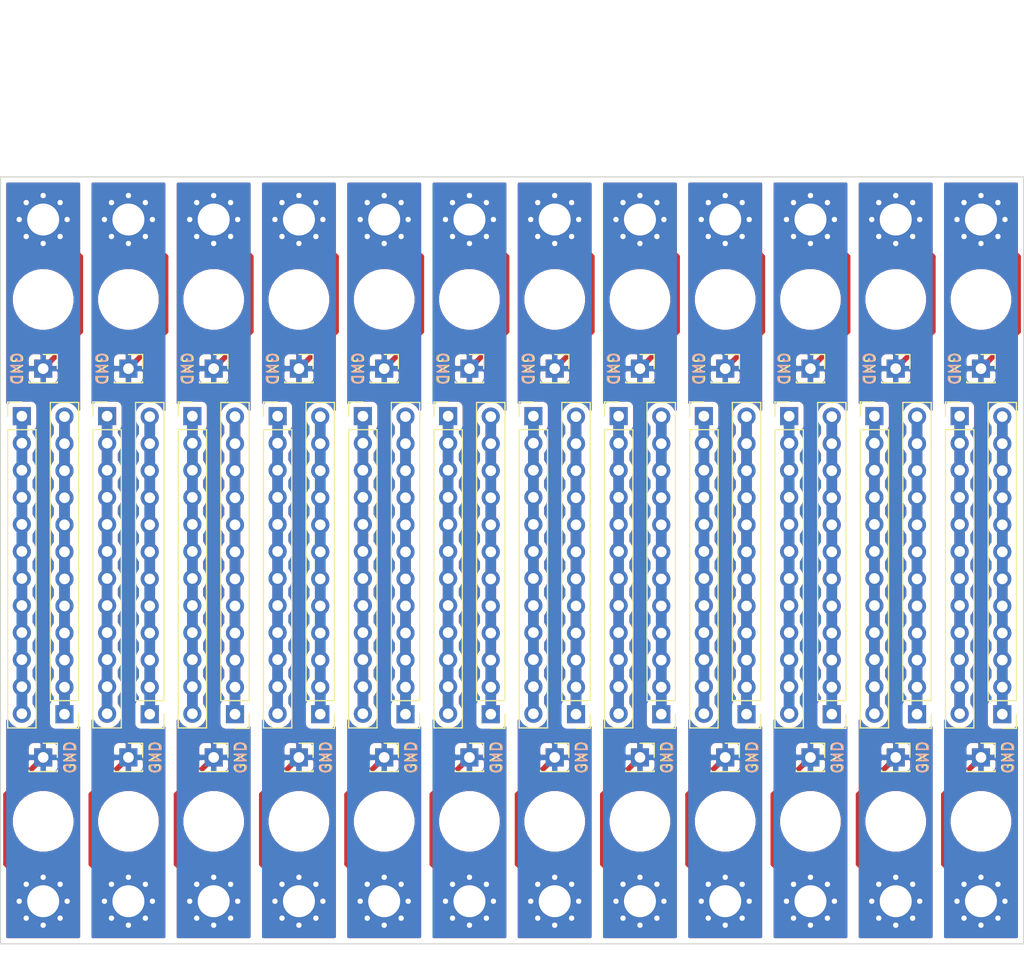
<source format=kicad_pcb>
(kicad_pcb (version 20171130) (host pcbnew 5.1.5+dfsg1-2build2)
  (layers (0 F.Cu signal) (31 B.Cu signal) (34 B.Paste user) (35 F.Paste user) (36 B.SilkS user) (37 F.SilkS user) (38 B.Mask user) (39 F.Mask user) (44 Edge.Cuts user))
  (net 0 "")
  (net 1 Board_1-GND)
  (net 2 "Board_1-Net-(J103-Pad1)")
  (net 3 "Board_1-Net-(J104-Pad1)")
  (net 4 Board_2-GND)
  (net 5 "Board_2-Net-(J103-Pad1)")
  (net 6 "Board_2-Net-(J104-Pad1)")
  (net 7 Board_3-GND)
  (net 8 "Board_3-Net-(J103-Pad1)")
  (net 9 "Board_3-Net-(J104-Pad1)")
  (net 10 Board_4-GND)
  (net 11 "Board_4-Net-(J103-Pad1)")
  (net 12 "Board_4-Net-(J104-Pad1)")
  (net 13 Board_5-GND)
  (net 14 "Board_5-Net-(J103-Pad1)")
  (net 15 "Board_5-Net-(J104-Pad1)")
  (net 16 Board_6-GND)
  (net 17 "Board_6-Net-(J103-Pad1)")
  (net 18 "Board_6-Net-(J104-Pad1)")
  (net 19 Board_7-GND)
  (net 20 "Board_7-Net-(J103-Pad1)")
  (net 21 "Board_7-Net-(J104-Pad1)")
  (net 22 Board_8-GND)
  (net 23 "Board_8-Net-(J103-Pad1)")
  (net 24 "Board_8-Net-(J104-Pad1)")
  (net 25 Board_9-GND)
  (net 26 "Board_9-Net-(J103-Pad1)")
  (net 27 "Board_9-Net-(J104-Pad1)")
  (net 28 Board_10-GND)
  (net 29 "Board_10-Net-(J103-Pad1)")
  (net 30 "Board_10-Net-(J104-Pad1)")
  (net 31 Board_11-GND)
  (net 32 "Board_11-Net-(J103-Pad1)")
  (net 33 "Board_11-Net-(J104-Pad1)")
  (net 34 Board_12-GND)
  (net 35 "Board_12-Net-(J103-Pad1)")
  (net 36 "Board_12-Net-(J104-Pad1)")
  (module Connector_PinSocket_2.54mm:PinSocket_1x01_P2.54mm_Vertical (layer F.Cu) (at 138.000096 31.999997)
    (fp_text reference J101 hide)
    (fp_text value Conn_01x01 hide)
    (pad 1 thru_hole rect (at 0 0) (size 1.7 1.7) (drill 1) (layers *.Cu *.Mask) (net 34 Board_12-GND))
  )
  (module Connector_PinSocket_2.54mm:PinSocket_1x01_P2.54mm_Vertical (layer F.Cu) (at 138.000096 68.499997)
    (fp_text reference J102 hide)
    (fp_text value Conn_01x01 hide)
    (pad 1 thru_hole rect (at 0 0) (size 1.7 1.7) (drill 1) (layers *.Cu *.Mask) (net 34 Board_12-GND))
  )
  (module Connector_PinHeader_2.54mm:PinHeader_1x12_P2.54mm_Vertical (layer F.Cu) (at 136.000096 36.459997)
    (fp_text reference J103 hide)
    (fp_text value Conn_01x12 hide)
    (pad 1 thru_hole rect (at 0 0) (size 1.7 1.7) (drill 1) (layers *.Cu *.Mask) (net 35 "Board_12-Net-(J103-Pad1)"))
    (pad 2 thru_hole oval (at 0 2.54) (size 1.7 1.7) (drill 1) (layers *.Cu *.Mask) (net 35 "Board_12-Net-(J103-Pad1)"))
    (pad 3 thru_hole oval (at 0 5.08) (size 1.7 1.7) (drill 1) (layers *.Cu *.Mask) (net 35 "Board_12-Net-(J103-Pad1)"))
    (pad 4 thru_hole oval (at 0 7.62) (size 1.7 1.7) (drill 1) (layers *.Cu *.Mask) (net 35 "Board_12-Net-(J103-Pad1)"))
    (pad 5 thru_hole oval (at 0 10.16) (size 1.7 1.7) (drill 1) (layers *.Cu *.Mask) (net 35 "Board_12-Net-(J103-Pad1)"))
    (pad 6 thru_hole oval (at 0 12.7) (size 1.7 1.7) (drill 1) (layers *.Cu *.Mask) (net 35 "Board_12-Net-(J103-Pad1)"))
    (pad 7 thru_hole oval (at 0 15.24) (size 1.7 1.7) (drill 1) (layers *.Cu *.Mask) (net 35 "Board_12-Net-(J103-Pad1)"))
    (pad 8 thru_hole oval (at 0 17.78) (size 1.7 1.7) (drill 1) (layers *.Cu *.Mask) (net 35 "Board_12-Net-(J103-Pad1)"))
    (pad 9 thru_hole oval (at 0 20.32) (size 1.7 1.7) (drill 1) (layers *.Cu *.Mask) (net 35 "Board_12-Net-(J103-Pad1)"))
    (pad 10 thru_hole oval (at 0 22.86) (size 1.7 1.7) (drill 1) (layers *.Cu *.Mask) (net 35 "Board_12-Net-(J103-Pad1)"))
    (pad 11 thru_hole oval (at 0 25.4) (size 1.7 1.7) (drill 1) (layers *.Cu *.Mask) (net 35 "Board_12-Net-(J103-Pad1)"))
    (pad 12 thru_hole oval (at 0 27.94) (size 1.7 1.7) (drill 1) (layers *.Cu *.Mask) (net 35 "Board_12-Net-(J103-Pad1)"))
  )
  (module Connector_PinHeader_2.54mm:PinHeader_1x12_P2.54mm_Vertical (layer F.Cu) (at 140.000096 64.439997 180)
    (fp_text reference J104 hide)
    (fp_text value Conn_01x12 hide)
    (pad 1 thru_hole rect (at 0 0 180) (size 1.7 1.7) (drill 1) (layers *.Cu *.Mask) (net 36 "Board_12-Net-(J104-Pad1)"))
    (pad 2 thru_hole oval (at 0 2.54 180) (size 1.7 1.7) (drill 1) (layers *.Cu *.Mask) (net 36 "Board_12-Net-(J104-Pad1)"))
    (pad 3 thru_hole oval (at 0 5.08 180) (size 1.7 1.7) (drill 1) (layers *.Cu *.Mask) (net 36 "Board_12-Net-(J104-Pad1)"))
    (pad 4 thru_hole oval (at 0 7.62 180) (size 1.7 1.7) (drill 1) (layers *.Cu *.Mask) (net 36 "Board_12-Net-(J104-Pad1)"))
    (pad 5 thru_hole oval (at 0 10.16 180) (size 1.7 1.7) (drill 1) (layers *.Cu *.Mask) (net 36 "Board_12-Net-(J104-Pad1)"))
    (pad 6 thru_hole oval (at 0 12.7 180) (size 1.7 1.7) (drill 1) (layers *.Cu *.Mask) (net 36 "Board_12-Net-(J104-Pad1)"))
    (pad 7 thru_hole oval (at 0 15.24 180) (size 1.7 1.7) (drill 1) (layers *.Cu *.Mask) (net 36 "Board_12-Net-(J104-Pad1)"))
    (pad 8 thru_hole oval (at 0 17.78 180) (size 1.7 1.7) (drill 1) (layers *.Cu *.Mask) (net 36 "Board_12-Net-(J104-Pad1)"))
    (pad 9 thru_hole oval (at 0 20.32 180) (size 1.7 1.7) (drill 1) (layers *.Cu *.Mask) (net 36 "Board_12-Net-(J104-Pad1)"))
    (pad 10 thru_hole oval (at 0 22.86 180) (size 1.7 1.7) (drill 1) (layers *.Cu *.Mask) (net 36 "Board_12-Net-(J104-Pad1)"))
    (pad 11 thru_hole oval (at 0 25.4 180) (size 1.7 1.7) (drill 1) (layers *.Cu *.Mask) (net 36 "Board_12-Net-(J104-Pad1)"))
    (pad 12 thru_hole oval (at 0 27.94 180) (size 1.7 1.7) (drill 1) (layers *.Cu *.Mask) (net 36 "Board_12-Net-(J104-Pad1)"))
  )
  (module MountingHole:MountingHole_2.7mm_M2.5 (layer F.Cu) (at 138.000096 25.499997)
    (fp_text reference H103 hide)
    (fp_text value MountingHole hide)
    (pad "" np_thru_hole circle (at 0 0) (size 2.7 2.7) (drill 2.7) (layers *.Cu *.Mask) (clearance 1.5))
  )
  (module MountingHole:MountingHole_2.7mm_M2.5 (layer F.Cu) (at 138.000096 74.499997)
    (fp_text reference H104 hide)
    (fp_text value MountingHole hide)
    (pad "" np_thru_hole circle (at 0 0) (size 2.7 2.7) (drill 2.7) (layers *.Cu *.Mask) (clearance 1.5))
  )
  (module MountingHole:MountingHole_3mm_Pad_Via (layer F.Cu) (at 138.000096 81.999997)
    (fp_text reference H102 hide)
    (fp_text value MountingHole_Pad hide)
    (pad 1 thru_hole circle (at 0 0) (size 6 6) (drill 3) (layers *.Cu *.Mask) (net 34 Board_12-GND))
    (pad 1 thru_hole circle (at 2.25 0) (size 0.8 0.8) (drill 0.5) (layers *.Cu *.Mask) (net 34 Board_12-GND))
    (pad 1 thru_hole circle (at 1.59099 1.59099) (size 0.8 0.8) (drill 0.5) (layers *.Cu *.Mask) (net 34 Board_12-GND))
    (pad 1 thru_hole circle (at 0 2.25) (size 0.8 0.8) (drill 0.5) (layers *.Cu *.Mask) (net 34 Board_12-GND))
    (pad 1 thru_hole circle (at -1.59099 1.59099) (size 0.8 0.8) (drill 0.5) (layers *.Cu *.Mask) (net 34 Board_12-GND))
    (pad 1 thru_hole circle (at -2.25 0) (size 0.8 0.8) (drill 0.5) (layers *.Cu *.Mask) (net 34 Board_12-GND))
    (pad 1 thru_hole circle (at -1.59099 -1.59099) (size 0.8 0.8) (drill 0.5) (layers *.Cu *.Mask) (net 34 Board_12-GND))
    (pad 1 thru_hole circle (at 0 -2.25) (size 0.8 0.8) (drill 0.5) (layers *.Cu *.Mask) (net 34 Board_12-GND))
    (pad 1 thru_hole circle (at 1.59099 -1.59099) (size 0.8 0.8) (drill 0.5) (layers *.Cu *.Mask) (net 34 Board_12-GND))
  )
  (module MountingHole:MountingHole_3mm_Pad_Via (layer F.Cu) (at 138.000096 17.999997)
    (fp_text reference H101 hide)
    (fp_text value MountingHole_Pad hide)
    (pad 1 thru_hole circle (at 0 0) (size 6 6) (drill 3) (layers *.Cu *.Mask) (net 34 Board_12-GND))
    (pad 1 thru_hole circle (at 2.25 0) (size 0.8 0.8) (drill 0.5) (layers *.Cu *.Mask) (net 34 Board_12-GND))
    (pad 1 thru_hole circle (at 1.59099 1.59099) (size 0.8 0.8) (drill 0.5) (layers *.Cu *.Mask) (net 34 Board_12-GND))
    (pad 1 thru_hole circle (at 0 2.25) (size 0.8 0.8) (drill 0.5) (layers *.Cu *.Mask) (net 34 Board_12-GND))
    (pad 1 thru_hole circle (at -1.59099 1.59099) (size 0.8 0.8) (drill 0.5) (layers *.Cu *.Mask) (net 34 Board_12-GND))
    (pad 1 thru_hole circle (at -2.25 0) (size 0.8 0.8) (drill 0.5) (layers *.Cu *.Mask) (net 34 Board_12-GND))
    (pad 1 thru_hole circle (at -1.59099 -1.59099) (size 0.8 0.8) (drill 0.5) (layers *.Cu *.Mask) (net 34 Board_12-GND))
    (pad 1 thru_hole circle (at 0 -2.25) (size 0.8 0.8) (drill 0.5) (layers *.Cu *.Mask) (net 34 Board_12-GND))
    (pad 1 thru_hole circle (at 1.59099 -1.59099) (size 0.8 0.8) (drill 0.5) (layers *.Cu *.Mask) (net 34 Board_12-GND))
  )
  (module Connector_PinSocket_2.54mm:PinSocket_1x01_P2.54mm_Vertical (layer F.Cu) (at 130.000087 31.999997)
    (fp_text reference J101 hide)
    (fp_text value Conn_01x01 hide)
    (pad 1 thru_hole rect (at 0 0) (size 1.7 1.7) (drill 1) (layers *.Cu *.Mask) (net 31 Board_11-GND))
  )
  (module Connector_PinSocket_2.54mm:PinSocket_1x01_P2.54mm_Vertical (layer F.Cu) (at 130.000087 68.499997)
    (fp_text reference J102 hide)
    (fp_text value Conn_01x01 hide)
    (pad 1 thru_hole rect (at 0 0) (size 1.7 1.7) (drill 1) (layers *.Cu *.Mask) (net 31 Board_11-GND))
  )
  (module Connector_PinHeader_2.54mm:PinHeader_1x12_P2.54mm_Vertical (layer F.Cu) (at 128.000087 36.459997)
    (fp_text reference J103 hide)
    (fp_text value Conn_01x12 hide)
    (pad 1 thru_hole rect (at 0 0) (size 1.7 1.7) (drill 1) (layers *.Cu *.Mask) (net 32 "Board_11-Net-(J103-Pad1)"))
    (pad 2 thru_hole oval (at 0 2.54) (size 1.7 1.7) (drill 1) (layers *.Cu *.Mask) (net 32 "Board_11-Net-(J103-Pad1)"))
    (pad 3 thru_hole oval (at 0 5.08) (size 1.7 1.7) (drill 1) (layers *.Cu *.Mask) (net 32 "Board_11-Net-(J103-Pad1)"))
    (pad 4 thru_hole oval (at 0 7.62) (size 1.7 1.7) (drill 1) (layers *.Cu *.Mask) (net 32 "Board_11-Net-(J103-Pad1)"))
    (pad 5 thru_hole oval (at 0 10.16) (size 1.7 1.7) (drill 1) (layers *.Cu *.Mask) (net 32 "Board_11-Net-(J103-Pad1)"))
    (pad 6 thru_hole oval (at 0 12.7) (size 1.7 1.7) (drill 1) (layers *.Cu *.Mask) (net 32 "Board_11-Net-(J103-Pad1)"))
    (pad 7 thru_hole oval (at 0 15.24) (size 1.7 1.7) (drill 1) (layers *.Cu *.Mask) (net 32 "Board_11-Net-(J103-Pad1)"))
    (pad 8 thru_hole oval (at 0 17.78) (size 1.7 1.7) (drill 1) (layers *.Cu *.Mask) (net 32 "Board_11-Net-(J103-Pad1)"))
    (pad 9 thru_hole oval (at 0 20.32) (size 1.7 1.7) (drill 1) (layers *.Cu *.Mask) (net 32 "Board_11-Net-(J103-Pad1)"))
    (pad 10 thru_hole oval (at 0 22.86) (size 1.7 1.7) (drill 1) (layers *.Cu *.Mask) (net 32 "Board_11-Net-(J103-Pad1)"))
    (pad 11 thru_hole oval (at 0 25.4) (size 1.7 1.7) (drill 1) (layers *.Cu *.Mask) (net 32 "Board_11-Net-(J103-Pad1)"))
    (pad 12 thru_hole oval (at 0 27.94) (size 1.7 1.7) (drill 1) (layers *.Cu *.Mask) (net 32 "Board_11-Net-(J103-Pad1)"))
  )
  (module Connector_PinHeader_2.54mm:PinHeader_1x12_P2.54mm_Vertical (layer F.Cu) (at 132.000087 64.439997 180)
    (fp_text reference J104 hide)
    (fp_text value Conn_01x12 hide)
    (pad 1 thru_hole rect (at 0 0 180) (size 1.7 1.7) (drill 1) (layers *.Cu *.Mask) (net 33 "Board_11-Net-(J104-Pad1)"))
    (pad 2 thru_hole oval (at 0 2.54 180) (size 1.7 1.7) (drill 1) (layers *.Cu *.Mask) (net 33 "Board_11-Net-(J104-Pad1)"))
    (pad 3 thru_hole oval (at 0 5.08 180) (size 1.7 1.7) (drill 1) (layers *.Cu *.Mask) (net 33 "Board_11-Net-(J104-Pad1)"))
    (pad 4 thru_hole oval (at 0 7.62 180) (size 1.7 1.7) (drill 1) (layers *.Cu *.Mask) (net 33 "Board_11-Net-(J104-Pad1)"))
    (pad 5 thru_hole oval (at 0 10.16 180) (size 1.7 1.7) (drill 1) (layers *.Cu *.Mask) (net 33 "Board_11-Net-(J104-Pad1)"))
    (pad 6 thru_hole oval (at 0 12.7 180) (size 1.7 1.7) (drill 1) (layers *.Cu *.Mask) (net 33 "Board_11-Net-(J104-Pad1)"))
    (pad 7 thru_hole oval (at 0 15.24 180) (size 1.7 1.7) (drill 1) (layers *.Cu *.Mask) (net 33 "Board_11-Net-(J104-Pad1)"))
    (pad 8 thru_hole oval (at 0 17.78 180) (size 1.7 1.7) (drill 1) (layers *.Cu *.Mask) (net 33 "Board_11-Net-(J104-Pad1)"))
    (pad 9 thru_hole oval (at 0 20.32 180) (size 1.7 1.7) (drill 1) (layers *.Cu *.Mask) (net 33 "Board_11-Net-(J104-Pad1)"))
    (pad 10 thru_hole oval (at 0 22.86 180) (size 1.7 1.7) (drill 1) (layers *.Cu *.Mask) (net 33 "Board_11-Net-(J104-Pad1)"))
    (pad 11 thru_hole oval (at 0 25.4 180) (size 1.7 1.7) (drill 1) (layers *.Cu *.Mask) (net 33 "Board_11-Net-(J104-Pad1)"))
    (pad 12 thru_hole oval (at 0 27.94 180) (size 1.7 1.7) (drill 1) (layers *.Cu *.Mask) (net 33 "Board_11-Net-(J104-Pad1)"))
  )
  (module MountingHole:MountingHole_2.7mm_M2.5 (layer F.Cu) (at 130.000087 25.499997)
    (fp_text reference H103 hide)
    (fp_text value MountingHole hide)
    (pad "" np_thru_hole circle (at 0 0) (size 2.7 2.7) (drill 2.7) (layers *.Cu *.Mask) (clearance 1.5))
  )
  (module MountingHole:MountingHole_2.7mm_M2.5 (layer F.Cu) (at 130.000087 74.499997)
    (fp_text reference H104 hide)
    (fp_text value MountingHole hide)
    (pad "" np_thru_hole circle (at 0 0) (size 2.7 2.7) (drill 2.7) (layers *.Cu *.Mask) (clearance 1.5))
  )
  (module MountingHole:MountingHole_3mm_Pad_Via (layer F.Cu) (at 130.000087 81.999997)
    (fp_text reference H102 hide)
    (fp_text value MountingHole_Pad hide)
    (pad 1 thru_hole circle (at 0 0) (size 6 6) (drill 3) (layers *.Cu *.Mask) (net 31 Board_11-GND))
    (pad 1 thru_hole circle (at 2.25 0) (size 0.8 0.8) (drill 0.5) (layers *.Cu *.Mask) (net 31 Board_11-GND))
    (pad 1 thru_hole circle (at 1.59099 1.59099) (size 0.8 0.8) (drill 0.5) (layers *.Cu *.Mask) (net 31 Board_11-GND))
    (pad 1 thru_hole circle (at 0 2.25) (size 0.8 0.8) (drill 0.5) (layers *.Cu *.Mask) (net 31 Board_11-GND))
    (pad 1 thru_hole circle (at -1.59099 1.59099) (size 0.8 0.8) (drill 0.5) (layers *.Cu *.Mask) (net 31 Board_11-GND))
    (pad 1 thru_hole circle (at -2.25 0) (size 0.8 0.8) (drill 0.5) (layers *.Cu *.Mask) (net 31 Board_11-GND))
    (pad 1 thru_hole circle (at -1.59099 -1.59099) (size 0.8 0.8) (drill 0.5) (layers *.Cu *.Mask) (net 31 Board_11-GND))
    (pad 1 thru_hole circle (at 0 -2.25) (size 0.8 0.8) (drill 0.5) (layers *.Cu *.Mask) (net 31 Board_11-GND))
    (pad 1 thru_hole circle (at 1.59099 -1.59099) (size 0.8 0.8) (drill 0.5) (layers *.Cu *.Mask) (net 31 Board_11-GND))
  )
  (module MountingHole:MountingHole_3mm_Pad_Via (layer F.Cu) (at 130.000087 17.999997)
    (fp_text reference H101 hide)
    (fp_text value MountingHole_Pad hide)
    (pad 1 thru_hole circle (at 0 0) (size 6 6) (drill 3) (layers *.Cu *.Mask) (net 31 Board_11-GND))
    (pad 1 thru_hole circle (at 2.25 0) (size 0.8 0.8) (drill 0.5) (layers *.Cu *.Mask) (net 31 Board_11-GND))
    (pad 1 thru_hole circle (at 1.59099 1.59099) (size 0.8 0.8) (drill 0.5) (layers *.Cu *.Mask) (net 31 Board_11-GND))
    (pad 1 thru_hole circle (at 0 2.25) (size 0.8 0.8) (drill 0.5) (layers *.Cu *.Mask) (net 31 Board_11-GND))
    (pad 1 thru_hole circle (at -1.59099 1.59099) (size 0.8 0.8) (drill 0.5) (layers *.Cu *.Mask) (net 31 Board_11-GND))
    (pad 1 thru_hole circle (at -2.25 0) (size 0.8 0.8) (drill 0.5) (layers *.Cu *.Mask) (net 31 Board_11-GND))
    (pad 1 thru_hole circle (at -1.59099 -1.59099) (size 0.8 0.8) (drill 0.5) (layers *.Cu *.Mask) (net 31 Board_11-GND))
    (pad 1 thru_hole circle (at 0 -2.25) (size 0.8 0.8) (drill 0.5) (layers *.Cu *.Mask) (net 31 Board_11-GND))
    (pad 1 thru_hole circle (at 1.59099 -1.59099) (size 0.8 0.8) (drill 0.5) (layers *.Cu *.Mask) (net 31 Board_11-GND))
  )
  (module Connector_PinSocket_2.54mm:PinSocket_1x01_P2.54mm_Vertical (layer F.Cu) (at 122.000078 31.999997)
    (fp_text reference J101 hide)
    (fp_text value Conn_01x01 hide)
    (pad 1 thru_hole rect (at 0 0) (size 1.7 1.7) (drill 1) (layers *.Cu *.Mask) (net 28 Board_10-GND))
  )
  (module Connector_PinSocket_2.54mm:PinSocket_1x01_P2.54mm_Vertical (layer F.Cu) (at 122.000078 68.499997)
    (fp_text reference J102 hide)
    (fp_text value Conn_01x01 hide)
    (pad 1 thru_hole rect (at 0 0) (size 1.7 1.7) (drill 1) (layers *.Cu *.Mask) (net 28 Board_10-GND))
  )
  (module Connector_PinHeader_2.54mm:PinHeader_1x12_P2.54mm_Vertical (layer F.Cu) (at 120.000078 36.459997)
    (fp_text reference J103 hide)
    (fp_text value Conn_01x12 hide)
    (pad 1 thru_hole rect (at 0 0) (size 1.7 1.7) (drill 1) (layers *.Cu *.Mask) (net 29 "Board_10-Net-(J103-Pad1)"))
    (pad 2 thru_hole oval (at 0 2.54) (size 1.7 1.7) (drill 1) (layers *.Cu *.Mask) (net 29 "Board_10-Net-(J103-Pad1)"))
    (pad 3 thru_hole oval (at 0 5.08) (size 1.7 1.7) (drill 1) (layers *.Cu *.Mask) (net 29 "Board_10-Net-(J103-Pad1)"))
    (pad 4 thru_hole oval (at 0 7.62) (size 1.7 1.7) (drill 1) (layers *.Cu *.Mask) (net 29 "Board_10-Net-(J103-Pad1)"))
    (pad 5 thru_hole oval (at 0 10.16) (size 1.7 1.7) (drill 1) (layers *.Cu *.Mask) (net 29 "Board_10-Net-(J103-Pad1)"))
    (pad 6 thru_hole oval (at 0 12.7) (size 1.7 1.7) (drill 1) (layers *.Cu *.Mask) (net 29 "Board_10-Net-(J103-Pad1)"))
    (pad 7 thru_hole oval (at 0 15.24) (size 1.7 1.7) (drill 1) (layers *.Cu *.Mask) (net 29 "Board_10-Net-(J103-Pad1)"))
    (pad 8 thru_hole oval (at 0 17.78) (size 1.7 1.7) (drill 1) (layers *.Cu *.Mask) (net 29 "Board_10-Net-(J103-Pad1)"))
    (pad 9 thru_hole oval (at 0 20.32) (size 1.7 1.7) (drill 1) (layers *.Cu *.Mask) (net 29 "Board_10-Net-(J103-Pad1)"))
    (pad 10 thru_hole oval (at 0 22.86) (size 1.7 1.7) (drill 1) (layers *.Cu *.Mask) (net 29 "Board_10-Net-(J103-Pad1)"))
    (pad 11 thru_hole oval (at 0 25.4) (size 1.7 1.7) (drill 1) (layers *.Cu *.Mask) (net 29 "Board_10-Net-(J103-Pad1)"))
    (pad 12 thru_hole oval (at 0 27.94) (size 1.7 1.7) (drill 1) (layers *.Cu *.Mask) (net 29 "Board_10-Net-(J103-Pad1)"))
  )
  (module Connector_PinHeader_2.54mm:PinHeader_1x12_P2.54mm_Vertical (layer F.Cu) (at 124.000078 64.439997 180)
    (fp_text reference J104 hide)
    (fp_text value Conn_01x12 hide)
    (pad 1 thru_hole rect (at 0 0 180) (size 1.7 1.7) (drill 1) (layers *.Cu *.Mask) (net 30 "Board_10-Net-(J104-Pad1)"))
    (pad 2 thru_hole oval (at 0 2.54 180) (size 1.7 1.7) (drill 1) (layers *.Cu *.Mask) (net 30 "Board_10-Net-(J104-Pad1)"))
    (pad 3 thru_hole oval (at 0 5.08 180) (size 1.7 1.7) (drill 1) (layers *.Cu *.Mask) (net 30 "Board_10-Net-(J104-Pad1)"))
    (pad 4 thru_hole oval (at 0 7.62 180) (size 1.7 1.7) (drill 1) (layers *.Cu *.Mask) (net 30 "Board_10-Net-(J104-Pad1)"))
    (pad 5 thru_hole oval (at 0 10.16 180) (size 1.7 1.7) (drill 1) (layers *.Cu *.Mask) (net 30 "Board_10-Net-(J104-Pad1)"))
    (pad 6 thru_hole oval (at 0 12.7 180) (size 1.7 1.7) (drill 1) (layers *.Cu *.Mask) (net 30 "Board_10-Net-(J104-Pad1)"))
    (pad 7 thru_hole oval (at 0 15.24 180) (size 1.7 1.7) (drill 1) (layers *.Cu *.Mask) (net 30 "Board_10-Net-(J104-Pad1)"))
    (pad 8 thru_hole oval (at 0 17.78 180) (size 1.7 1.7) (drill 1) (layers *.Cu *.Mask) (net 30 "Board_10-Net-(J104-Pad1)"))
    (pad 9 thru_hole oval (at 0 20.32 180) (size 1.7 1.7) (drill 1) (layers *.Cu *.Mask) (net 30 "Board_10-Net-(J104-Pad1)"))
    (pad 10 thru_hole oval (at 0 22.86 180) (size 1.7 1.7) (drill 1) (layers *.Cu *.Mask) (net 30 "Board_10-Net-(J104-Pad1)"))
    (pad 11 thru_hole oval (at 0 25.4 180) (size 1.7 1.7) (drill 1) (layers *.Cu *.Mask) (net 30 "Board_10-Net-(J104-Pad1)"))
    (pad 12 thru_hole oval (at 0 27.94 180) (size 1.7 1.7) (drill 1) (layers *.Cu *.Mask) (net 30 "Board_10-Net-(J104-Pad1)"))
  )
  (module MountingHole:MountingHole_2.7mm_M2.5 (layer F.Cu) (at 122.000078 25.499997)
    (fp_text reference H103 hide)
    (fp_text value MountingHole hide)
    (pad "" np_thru_hole circle (at 0 0) (size 2.7 2.7) (drill 2.7) (layers *.Cu *.Mask) (clearance 1.5))
  )
  (module MountingHole:MountingHole_2.7mm_M2.5 (layer F.Cu) (at 122.000078 74.499997)
    (fp_text reference H104 hide)
    (fp_text value MountingHole hide)
    (pad "" np_thru_hole circle (at 0 0) (size 2.7 2.7) (drill 2.7) (layers *.Cu *.Mask) (clearance 1.5))
  )
  (module MountingHole:MountingHole_3mm_Pad_Via (layer F.Cu) (at 122.000078 81.999997)
    (fp_text reference H102 hide)
    (fp_text value MountingHole_Pad hide)
    (pad 1 thru_hole circle (at 0 0) (size 6 6) (drill 3) (layers *.Cu *.Mask) (net 28 Board_10-GND))
    (pad 1 thru_hole circle (at 2.25 0) (size 0.8 0.8) (drill 0.5) (layers *.Cu *.Mask) (net 28 Board_10-GND))
    (pad 1 thru_hole circle (at 1.59099 1.59099) (size 0.8 0.8) (drill 0.5) (layers *.Cu *.Mask) (net 28 Board_10-GND))
    (pad 1 thru_hole circle (at 0 2.25) (size 0.8 0.8) (drill 0.5) (layers *.Cu *.Mask) (net 28 Board_10-GND))
    (pad 1 thru_hole circle (at -1.59099 1.59099) (size 0.8 0.8) (drill 0.5) (layers *.Cu *.Mask) (net 28 Board_10-GND))
    (pad 1 thru_hole circle (at -2.25 0) (size 0.8 0.8) (drill 0.5) (layers *.Cu *.Mask) (net 28 Board_10-GND))
    (pad 1 thru_hole circle (at -1.59099 -1.59099) (size 0.8 0.8) (drill 0.5) (layers *.Cu *.Mask) (net 28 Board_10-GND))
    (pad 1 thru_hole circle (at 0 -2.25) (size 0.8 0.8) (drill 0.5) (layers *.Cu *.Mask) (net 28 Board_10-GND))
    (pad 1 thru_hole circle (at 1.59099 -1.59099) (size 0.8 0.8) (drill 0.5) (layers *.Cu *.Mask) (net 28 Board_10-GND))
  )
  (module MountingHole:MountingHole_3mm_Pad_Via (layer F.Cu) (at 122.000078 17.999997)
    (fp_text reference H101 hide)
    (fp_text value MountingHole_Pad hide)
    (pad 1 thru_hole circle (at 0 0) (size 6 6) (drill 3) (layers *.Cu *.Mask) (net 28 Board_10-GND))
    (pad 1 thru_hole circle (at 2.25 0) (size 0.8 0.8) (drill 0.5) (layers *.Cu *.Mask) (net 28 Board_10-GND))
    (pad 1 thru_hole circle (at 1.59099 1.59099) (size 0.8 0.8) (drill 0.5) (layers *.Cu *.Mask) (net 28 Board_10-GND))
    (pad 1 thru_hole circle (at 0 2.25) (size 0.8 0.8) (drill 0.5) (layers *.Cu *.Mask) (net 28 Board_10-GND))
    (pad 1 thru_hole circle (at -1.59099 1.59099) (size 0.8 0.8) (drill 0.5) (layers *.Cu *.Mask) (net 28 Board_10-GND))
    (pad 1 thru_hole circle (at -2.25 0) (size 0.8 0.8) (drill 0.5) (layers *.Cu *.Mask) (net 28 Board_10-GND))
    (pad 1 thru_hole circle (at -1.59099 -1.59099) (size 0.8 0.8) (drill 0.5) (layers *.Cu *.Mask) (net 28 Board_10-GND))
    (pad 1 thru_hole circle (at 0 -2.25) (size 0.8 0.8) (drill 0.5) (layers *.Cu *.Mask) (net 28 Board_10-GND))
    (pad 1 thru_hole circle (at 1.59099 -1.59099) (size 0.8 0.8) (drill 0.5) (layers *.Cu *.Mask) (net 28 Board_10-GND))
  )
  (module Connector_PinSocket_2.54mm:PinSocket_1x01_P2.54mm_Vertical (layer F.Cu) (at 114.000069 31.999997)
    (fp_text reference J101 hide)
    (fp_text value Conn_01x01 hide)
    (pad 1 thru_hole rect (at 0 0) (size 1.7 1.7) (drill 1) (layers *.Cu *.Mask) (net 25 Board_9-GND))
  )
  (module Connector_PinSocket_2.54mm:PinSocket_1x01_P2.54mm_Vertical (layer F.Cu) (at 114.000069 68.499997)
    (fp_text reference J102 hide)
    (fp_text value Conn_01x01 hide)
    (pad 1 thru_hole rect (at 0 0) (size 1.7 1.7) (drill 1) (layers *.Cu *.Mask) (net 25 Board_9-GND))
  )
  (module Connector_PinHeader_2.54mm:PinHeader_1x12_P2.54mm_Vertical (layer F.Cu) (at 112.000069 36.459997)
    (fp_text reference J103 hide)
    (fp_text value Conn_01x12 hide)
    (pad 1 thru_hole rect (at 0 0) (size 1.7 1.7) (drill 1) (layers *.Cu *.Mask) (net 26 "Board_9-Net-(J103-Pad1)"))
    (pad 2 thru_hole oval (at 0 2.54) (size 1.7 1.7) (drill 1) (layers *.Cu *.Mask) (net 26 "Board_9-Net-(J103-Pad1)"))
    (pad 3 thru_hole oval (at 0 5.08) (size 1.7 1.7) (drill 1) (layers *.Cu *.Mask) (net 26 "Board_9-Net-(J103-Pad1)"))
    (pad 4 thru_hole oval (at 0 7.62) (size 1.7 1.7) (drill 1) (layers *.Cu *.Mask) (net 26 "Board_9-Net-(J103-Pad1)"))
    (pad 5 thru_hole oval (at 0 10.16) (size 1.7 1.7) (drill 1) (layers *.Cu *.Mask) (net 26 "Board_9-Net-(J103-Pad1)"))
    (pad 6 thru_hole oval (at 0 12.7) (size 1.7 1.7) (drill 1) (layers *.Cu *.Mask) (net 26 "Board_9-Net-(J103-Pad1)"))
    (pad 7 thru_hole oval (at 0 15.24) (size 1.7 1.7) (drill 1) (layers *.Cu *.Mask) (net 26 "Board_9-Net-(J103-Pad1)"))
    (pad 8 thru_hole oval (at 0 17.78) (size 1.7 1.7) (drill 1) (layers *.Cu *.Mask) (net 26 "Board_9-Net-(J103-Pad1)"))
    (pad 9 thru_hole oval (at 0 20.32) (size 1.7 1.7) (drill 1) (layers *.Cu *.Mask) (net 26 "Board_9-Net-(J103-Pad1)"))
    (pad 10 thru_hole oval (at 0 22.86) (size 1.7 1.7) (drill 1) (layers *.Cu *.Mask) (net 26 "Board_9-Net-(J103-Pad1)"))
    (pad 11 thru_hole oval (at 0 25.4) (size 1.7 1.7) (drill 1) (layers *.Cu *.Mask) (net 26 "Board_9-Net-(J103-Pad1)"))
    (pad 12 thru_hole oval (at 0 27.94) (size 1.7 1.7) (drill 1) (layers *.Cu *.Mask) (net 26 "Board_9-Net-(J103-Pad1)"))
  )
  (module Connector_PinHeader_2.54mm:PinHeader_1x12_P2.54mm_Vertical (layer F.Cu) (at 116.000069 64.439997 180)
    (fp_text reference J104 hide)
    (fp_text value Conn_01x12 hide)
    (pad 1 thru_hole rect (at 0 0 180) (size 1.7 1.7) (drill 1) (layers *.Cu *.Mask) (net 27 "Board_9-Net-(J104-Pad1)"))
    (pad 2 thru_hole oval (at 0 2.54 180) (size 1.7 1.7) (drill 1) (layers *.Cu *.Mask) (net 27 "Board_9-Net-(J104-Pad1)"))
    (pad 3 thru_hole oval (at 0 5.08 180) (size 1.7 1.7) (drill 1) (layers *.Cu *.Mask) (net 27 "Board_9-Net-(J104-Pad1)"))
    (pad 4 thru_hole oval (at 0 7.62 180) (size 1.7 1.7) (drill 1) (layers *.Cu *.Mask) (net 27 "Board_9-Net-(J104-Pad1)"))
    (pad 5 thru_hole oval (at 0 10.16 180) (size 1.7 1.7) (drill 1) (layers *.Cu *.Mask) (net 27 "Board_9-Net-(J104-Pad1)"))
    (pad 6 thru_hole oval (at 0 12.7 180) (size 1.7 1.7) (drill 1) (layers *.Cu *.Mask) (net 27 "Board_9-Net-(J104-Pad1)"))
    (pad 7 thru_hole oval (at 0 15.24 180) (size 1.7 1.7) (drill 1) (layers *.Cu *.Mask) (net 27 "Board_9-Net-(J104-Pad1)"))
    (pad 8 thru_hole oval (at 0 17.78 180) (size 1.7 1.7) (drill 1) (layers *.Cu *.Mask) (net 27 "Board_9-Net-(J104-Pad1)"))
    (pad 9 thru_hole oval (at 0 20.32 180) (size 1.7 1.7) (drill 1) (layers *.Cu *.Mask) (net 27 "Board_9-Net-(J104-Pad1)"))
    (pad 10 thru_hole oval (at 0 22.86 180) (size 1.7 1.7) (drill 1) (layers *.Cu *.Mask) (net 27 "Board_9-Net-(J104-Pad1)"))
    (pad 11 thru_hole oval (at 0 25.4 180) (size 1.7 1.7) (drill 1) (layers *.Cu *.Mask) (net 27 "Board_9-Net-(J104-Pad1)"))
    (pad 12 thru_hole oval (at 0 27.94 180) (size 1.7 1.7) (drill 1) (layers *.Cu *.Mask) (net 27 "Board_9-Net-(J104-Pad1)"))
  )
  (module MountingHole:MountingHole_2.7mm_M2.5 (layer F.Cu) (at 114.000069 25.499997)
    (fp_text reference H103 hide)
    (fp_text value MountingHole hide)
    (pad "" np_thru_hole circle (at 0 0) (size 2.7 2.7) (drill 2.7) (layers *.Cu *.Mask) (clearance 1.5))
  )
  (module MountingHole:MountingHole_2.7mm_M2.5 (layer F.Cu) (at 114.000069 74.499997)
    (fp_text reference H104 hide)
    (fp_text value MountingHole hide)
    (pad "" np_thru_hole circle (at 0 0) (size 2.7 2.7) (drill 2.7) (layers *.Cu *.Mask) (clearance 1.5))
  )
  (module MountingHole:MountingHole_3mm_Pad_Via (layer F.Cu) (at 114.000069 81.999997)
    (fp_text reference H102 hide)
    (fp_text value MountingHole_Pad hide)
    (pad 1 thru_hole circle (at 0 0) (size 6 6) (drill 3) (layers *.Cu *.Mask) (net 25 Board_9-GND))
    (pad 1 thru_hole circle (at 2.25 0) (size 0.8 0.8) (drill 0.5) (layers *.Cu *.Mask) (net 25 Board_9-GND))
    (pad 1 thru_hole circle (at 1.59099 1.59099) (size 0.8 0.8) (drill 0.5) (layers *.Cu *.Mask) (net 25 Board_9-GND))
    (pad 1 thru_hole circle (at 0 2.25) (size 0.8 0.8) (drill 0.5) (layers *.Cu *.Mask) (net 25 Board_9-GND))
    (pad 1 thru_hole circle (at -1.59099 1.59099) (size 0.8 0.8) (drill 0.5) (layers *.Cu *.Mask) (net 25 Board_9-GND))
    (pad 1 thru_hole circle (at -2.25 0) (size 0.8 0.8) (drill 0.5) (layers *.Cu *.Mask) (net 25 Board_9-GND))
    (pad 1 thru_hole circle (at -1.59099 -1.59099) (size 0.8 0.8) (drill 0.5) (layers *.Cu *.Mask) (net 25 Board_9-GND))
    (pad 1 thru_hole circle (at 0 -2.25) (size 0.8 0.8) (drill 0.5) (layers *.Cu *.Mask) (net 25 Board_9-GND))
    (pad 1 thru_hole circle (at 1.59099 -1.59099) (size 0.8 0.8) (drill 0.5) (layers *.Cu *.Mask) (net 25 Board_9-GND))
  )
  (module MountingHole:MountingHole_3mm_Pad_Via (layer F.Cu) (at 114.000069 17.999997)
    (fp_text reference H101 hide)
    (fp_text value MountingHole_Pad hide)
    (pad 1 thru_hole circle (at 0 0) (size 6 6) (drill 3) (layers *.Cu *.Mask) (net 25 Board_9-GND))
    (pad 1 thru_hole circle (at 2.25 0) (size 0.8 0.8) (drill 0.5) (layers *.Cu *.Mask) (net 25 Board_9-GND))
    (pad 1 thru_hole circle (at 1.59099 1.59099) (size 0.8 0.8) (drill 0.5) (layers *.Cu *.Mask) (net 25 Board_9-GND))
    (pad 1 thru_hole circle (at 0 2.25) (size 0.8 0.8) (drill 0.5) (layers *.Cu *.Mask) (net 25 Board_9-GND))
    (pad 1 thru_hole circle (at -1.59099 1.59099) (size 0.8 0.8) (drill 0.5) (layers *.Cu *.Mask) (net 25 Board_9-GND))
    (pad 1 thru_hole circle (at -2.25 0) (size 0.8 0.8) (drill 0.5) (layers *.Cu *.Mask) (net 25 Board_9-GND))
    (pad 1 thru_hole circle (at -1.59099 -1.59099) (size 0.8 0.8) (drill 0.5) (layers *.Cu *.Mask) (net 25 Board_9-GND))
    (pad 1 thru_hole circle (at 0 -2.25) (size 0.8 0.8) (drill 0.5) (layers *.Cu *.Mask) (net 25 Board_9-GND))
    (pad 1 thru_hole circle (at 1.59099 -1.59099) (size 0.8 0.8) (drill 0.5) (layers *.Cu *.Mask) (net 25 Board_9-GND))
  )
  (module Connector_PinSocket_2.54mm:PinSocket_1x01_P2.54mm_Vertical (layer F.Cu) (at 106.00006 31.999997)
    (fp_text reference J101 hide)
    (fp_text value Conn_01x01 hide)
    (pad 1 thru_hole rect (at 0 0) (size 1.7 1.7) (drill 1) (layers *.Cu *.Mask) (net 22 Board_8-GND))
  )
  (module Connector_PinSocket_2.54mm:PinSocket_1x01_P2.54mm_Vertical (layer F.Cu) (at 106.00006 68.499997)
    (fp_text reference J102 hide)
    (fp_text value Conn_01x01 hide)
    (pad 1 thru_hole rect (at 0 0) (size 1.7 1.7) (drill 1) (layers *.Cu *.Mask) (net 22 Board_8-GND))
  )
  (module Connector_PinHeader_2.54mm:PinHeader_1x12_P2.54mm_Vertical (layer F.Cu) (at 104.00006 36.459997)
    (fp_text reference J103 hide)
    (fp_text value Conn_01x12 hide)
    (pad 1 thru_hole rect (at 0 0) (size 1.7 1.7) (drill 1) (layers *.Cu *.Mask) (net 23 "Board_8-Net-(J103-Pad1)"))
    (pad 2 thru_hole oval (at 0 2.54) (size 1.7 1.7) (drill 1) (layers *.Cu *.Mask) (net 23 "Board_8-Net-(J103-Pad1)"))
    (pad 3 thru_hole oval (at 0 5.08) (size 1.7 1.7) (drill 1) (layers *.Cu *.Mask) (net 23 "Board_8-Net-(J103-Pad1)"))
    (pad 4 thru_hole oval (at 0 7.62) (size 1.7 1.7) (drill 1) (layers *.Cu *.Mask) (net 23 "Board_8-Net-(J103-Pad1)"))
    (pad 5 thru_hole oval (at 0 10.16) (size 1.7 1.7) (drill 1) (layers *.Cu *.Mask) (net 23 "Board_8-Net-(J103-Pad1)"))
    (pad 6 thru_hole oval (at 0 12.7) (size 1.7 1.7) (drill 1) (layers *.Cu *.Mask) (net 23 "Board_8-Net-(J103-Pad1)"))
    (pad 7 thru_hole oval (at 0 15.24) (size 1.7 1.7) (drill 1) (layers *.Cu *.Mask) (net 23 "Board_8-Net-(J103-Pad1)"))
    (pad 8 thru_hole oval (at 0 17.78) (size 1.7 1.7) (drill 1) (layers *.Cu *.Mask) (net 23 "Board_8-Net-(J103-Pad1)"))
    (pad 9 thru_hole oval (at 0 20.32) (size 1.7 1.7) (drill 1) (layers *.Cu *.Mask) (net 23 "Board_8-Net-(J103-Pad1)"))
    (pad 10 thru_hole oval (at 0 22.86) (size 1.7 1.7) (drill 1) (layers *.Cu *.Mask) (net 23 "Board_8-Net-(J103-Pad1)"))
    (pad 11 thru_hole oval (at 0 25.4) (size 1.7 1.7) (drill 1) (layers *.Cu *.Mask) (net 23 "Board_8-Net-(J103-Pad1)"))
    (pad 12 thru_hole oval (at 0 27.94) (size 1.7 1.7) (drill 1) (layers *.Cu *.Mask) (net 23 "Board_8-Net-(J103-Pad1)"))
  )
  (module Connector_PinHeader_2.54mm:PinHeader_1x12_P2.54mm_Vertical (layer F.Cu) (at 108.00006 64.439997 180)
    (fp_text reference J104 hide)
    (fp_text value Conn_01x12 hide)
    (pad 1 thru_hole rect (at 0 0 180) (size 1.7 1.7) (drill 1) (layers *.Cu *.Mask) (net 24 "Board_8-Net-(J104-Pad1)"))
    (pad 2 thru_hole oval (at 0 2.54 180) (size 1.7 1.7) (drill 1) (layers *.Cu *.Mask) (net 24 "Board_8-Net-(J104-Pad1)"))
    (pad 3 thru_hole oval (at 0 5.08 180) (size 1.7 1.7) (drill 1) (layers *.Cu *.Mask) (net 24 "Board_8-Net-(J104-Pad1)"))
    (pad 4 thru_hole oval (at 0 7.62 180) (size 1.7 1.7) (drill 1) (layers *.Cu *.Mask) (net 24 "Board_8-Net-(J104-Pad1)"))
    (pad 5 thru_hole oval (at 0 10.16 180) (size 1.7 1.7) (drill 1) (layers *.Cu *.Mask) (net 24 "Board_8-Net-(J104-Pad1)"))
    (pad 6 thru_hole oval (at 0 12.7 180) (size 1.7 1.7) (drill 1) (layers *.Cu *.Mask) (net 24 "Board_8-Net-(J104-Pad1)"))
    (pad 7 thru_hole oval (at 0 15.24 180) (size 1.7 1.7) (drill 1) (layers *.Cu *.Mask) (net 24 "Board_8-Net-(J104-Pad1)"))
    (pad 8 thru_hole oval (at 0 17.78 180) (size 1.7 1.7) (drill 1) (layers *.Cu *.Mask) (net 24 "Board_8-Net-(J104-Pad1)"))
    (pad 9 thru_hole oval (at 0 20.32 180) (size 1.7 1.7) (drill 1) (layers *.Cu *.Mask) (net 24 "Board_8-Net-(J104-Pad1)"))
    (pad 10 thru_hole oval (at 0 22.86 180) (size 1.7 1.7) (drill 1) (layers *.Cu *.Mask) (net 24 "Board_8-Net-(J104-Pad1)"))
    (pad 11 thru_hole oval (at 0 25.4 180) (size 1.7 1.7) (drill 1) (layers *.Cu *.Mask) (net 24 "Board_8-Net-(J104-Pad1)"))
    (pad 12 thru_hole oval (at 0 27.94 180) (size 1.7 1.7) (drill 1) (layers *.Cu *.Mask) (net 24 "Board_8-Net-(J104-Pad1)"))
  )
  (module MountingHole:MountingHole_2.7mm_M2.5 (layer F.Cu) (at 106.00006 25.499997)
    (fp_text reference H103 hide)
    (fp_text value MountingHole hide)
    (pad "" np_thru_hole circle (at 0 0) (size 2.7 2.7) (drill 2.7) (layers *.Cu *.Mask) (clearance 1.5))
  )
  (module MountingHole:MountingHole_2.7mm_M2.5 (layer F.Cu) (at 106.00006 74.499997)
    (fp_text reference H104 hide)
    (fp_text value MountingHole hide)
    (pad "" np_thru_hole circle (at 0 0) (size 2.7 2.7) (drill 2.7) (layers *.Cu *.Mask) (clearance 1.5))
  )
  (module MountingHole:MountingHole_3mm_Pad_Via (layer F.Cu) (at 106.00006 81.999997)
    (fp_text reference H102 hide)
    (fp_text value MountingHole_Pad hide)
    (pad 1 thru_hole circle (at 0 0) (size 6 6) (drill 3) (layers *.Cu *.Mask) (net 22 Board_8-GND))
    (pad 1 thru_hole circle (at 2.25 0) (size 0.8 0.8) (drill 0.5) (layers *.Cu *.Mask) (net 22 Board_8-GND))
    (pad 1 thru_hole circle (at 1.59099 1.59099) (size 0.8 0.8) (drill 0.5) (layers *.Cu *.Mask) (net 22 Board_8-GND))
    (pad 1 thru_hole circle (at 0 2.25) (size 0.8 0.8) (drill 0.5) (layers *.Cu *.Mask) (net 22 Board_8-GND))
    (pad 1 thru_hole circle (at -1.59099 1.59099) (size 0.8 0.8) (drill 0.5) (layers *.Cu *.Mask) (net 22 Board_8-GND))
    (pad 1 thru_hole circle (at -2.25 0) (size 0.8 0.8) (drill 0.5) (layers *.Cu *.Mask) (net 22 Board_8-GND))
    (pad 1 thru_hole circle (at -1.59099 -1.59099) (size 0.8 0.8) (drill 0.5) (layers *.Cu *.Mask) (net 22 Board_8-GND))
    (pad 1 thru_hole circle (at 0 -2.25) (size 0.8 0.8) (drill 0.5) (layers *.Cu *.Mask) (net 22 Board_8-GND))
    (pad 1 thru_hole circle (at 1.59099 -1.59099) (size 0.8 0.8) (drill 0.5) (layers *.Cu *.Mask) (net 22 Board_8-GND))
  )
  (module MountingHole:MountingHole_3mm_Pad_Via (layer F.Cu) (at 106.00006 17.999997)
    (fp_text reference H101 hide)
    (fp_text value MountingHole_Pad hide)
    (pad 1 thru_hole circle (at 0 0) (size 6 6) (drill 3) (layers *.Cu *.Mask) (net 22 Board_8-GND))
    (pad 1 thru_hole circle (at 2.25 0) (size 0.8 0.8) (drill 0.5) (layers *.Cu *.Mask) (net 22 Board_8-GND))
    (pad 1 thru_hole circle (at 1.59099 1.59099) (size 0.8 0.8) (drill 0.5) (layers *.Cu *.Mask) (net 22 Board_8-GND))
    (pad 1 thru_hole circle (at 0 2.25) (size 0.8 0.8) (drill 0.5) (layers *.Cu *.Mask) (net 22 Board_8-GND))
    (pad 1 thru_hole circle (at -1.59099 1.59099) (size 0.8 0.8) (drill 0.5) (layers *.Cu *.Mask) (net 22 Board_8-GND))
    (pad 1 thru_hole circle (at -2.25 0) (size 0.8 0.8) (drill 0.5) (layers *.Cu *.Mask) (net 22 Board_8-GND))
    (pad 1 thru_hole circle (at -1.59099 -1.59099) (size 0.8 0.8) (drill 0.5) (layers *.Cu *.Mask) (net 22 Board_8-GND))
    (pad 1 thru_hole circle (at 0 -2.25) (size 0.8 0.8) (drill 0.5) (layers *.Cu *.Mask) (net 22 Board_8-GND))
    (pad 1 thru_hole circle (at 1.59099 -1.59099) (size 0.8 0.8) (drill 0.5) (layers *.Cu *.Mask) (net 22 Board_8-GND))
  )
  (module Connector_PinSocket_2.54mm:PinSocket_1x01_P2.54mm_Vertical (layer F.Cu) (at 98.000051 31.999997)
    (fp_text reference J101 hide)
    (fp_text value Conn_01x01 hide)
    (pad 1 thru_hole rect (at 0 0) (size 1.7 1.7) (drill 1) (layers *.Cu *.Mask) (net 19 Board_7-GND))
  )
  (module Connector_PinSocket_2.54mm:PinSocket_1x01_P2.54mm_Vertical (layer F.Cu) (at 98.000051 68.499997)
    (fp_text reference J102 hide)
    (fp_text value Conn_01x01 hide)
    (pad 1 thru_hole rect (at 0 0) (size 1.7 1.7) (drill 1) (layers *.Cu *.Mask) (net 19 Board_7-GND))
  )
  (module Connector_PinHeader_2.54mm:PinHeader_1x12_P2.54mm_Vertical (layer F.Cu) (at 96.000051 36.459997)
    (fp_text reference J103 hide)
    (fp_text value Conn_01x12 hide)
    (pad 1 thru_hole rect (at 0 0) (size 1.7 1.7) (drill 1) (layers *.Cu *.Mask) (net 20 "Board_7-Net-(J103-Pad1)"))
    (pad 2 thru_hole oval (at 0 2.54) (size 1.7 1.7) (drill 1) (layers *.Cu *.Mask) (net 20 "Board_7-Net-(J103-Pad1)"))
    (pad 3 thru_hole oval (at 0 5.08) (size 1.7 1.7) (drill 1) (layers *.Cu *.Mask) (net 20 "Board_7-Net-(J103-Pad1)"))
    (pad 4 thru_hole oval (at 0 7.62) (size 1.7 1.7) (drill 1) (layers *.Cu *.Mask) (net 20 "Board_7-Net-(J103-Pad1)"))
    (pad 5 thru_hole oval (at 0 10.16) (size 1.7 1.7) (drill 1) (layers *.Cu *.Mask) (net 20 "Board_7-Net-(J103-Pad1)"))
    (pad 6 thru_hole oval (at 0 12.7) (size 1.7 1.7) (drill 1) (layers *.Cu *.Mask) (net 20 "Board_7-Net-(J103-Pad1)"))
    (pad 7 thru_hole oval (at 0 15.24) (size 1.7 1.7) (drill 1) (layers *.Cu *.Mask) (net 20 "Board_7-Net-(J103-Pad1)"))
    (pad 8 thru_hole oval (at 0 17.78) (size 1.7 1.7) (drill 1) (layers *.Cu *.Mask) (net 20 "Board_7-Net-(J103-Pad1)"))
    (pad 9 thru_hole oval (at 0 20.32) (size 1.7 1.7) (drill 1) (layers *.Cu *.Mask) (net 20 "Board_7-Net-(J103-Pad1)"))
    (pad 10 thru_hole oval (at 0 22.86) (size 1.7 1.7) (drill 1) (layers *.Cu *.Mask) (net 20 "Board_7-Net-(J103-Pad1)"))
    (pad 11 thru_hole oval (at 0 25.4) (size 1.7 1.7) (drill 1) (layers *.Cu *.Mask) (net 20 "Board_7-Net-(J103-Pad1)"))
    (pad 12 thru_hole oval (at 0 27.94) (size 1.7 1.7) (drill 1) (layers *.Cu *.Mask) (net 20 "Board_7-Net-(J103-Pad1)"))
  )
  (module Connector_PinHeader_2.54mm:PinHeader_1x12_P2.54mm_Vertical (layer F.Cu) (at 100.000051 64.439997 180)
    (fp_text reference J104 hide)
    (fp_text value Conn_01x12 hide)
    (pad 1 thru_hole rect (at 0 0 180) (size 1.7 1.7) (drill 1) (layers *.Cu *.Mask) (net 21 "Board_7-Net-(J104-Pad1)"))
    (pad 2 thru_hole oval (at 0 2.54 180) (size 1.7 1.7) (drill 1) (layers *.Cu *.Mask) (net 21 "Board_7-Net-(J104-Pad1)"))
    (pad 3 thru_hole oval (at 0 5.08 180) (size 1.7 1.7) (drill 1) (layers *.Cu *.Mask) (net 21 "Board_7-Net-(J104-Pad1)"))
    (pad 4 thru_hole oval (at 0 7.62 180) (size 1.7 1.7) (drill 1) (layers *.Cu *.Mask) (net 21 "Board_7-Net-(J104-Pad1)"))
    (pad 5 thru_hole oval (at 0 10.16 180) (size 1.7 1.7) (drill 1) (layers *.Cu *.Mask) (net 21 "Board_7-Net-(J104-Pad1)"))
    (pad 6 thru_hole oval (at 0 12.7 180) (size 1.7 1.7) (drill 1) (layers *.Cu *.Mask) (net 21 "Board_7-Net-(J104-Pad1)"))
    (pad 7 thru_hole oval (at 0 15.24 180) (size 1.7 1.7) (drill 1) (layers *.Cu *.Mask) (net 21 "Board_7-Net-(J104-Pad1)"))
    (pad 8 thru_hole oval (at 0 17.78 180) (size 1.7 1.7) (drill 1) (layers *.Cu *.Mask) (net 21 "Board_7-Net-(J104-Pad1)"))
    (pad 9 thru_hole oval (at 0 20.32 180) (size 1.7 1.7) (drill 1) (layers *.Cu *.Mask) (net 21 "Board_7-Net-(J104-Pad1)"))
    (pad 10 thru_hole oval (at 0 22.86 180) (size 1.7 1.7) (drill 1) (layers *.Cu *.Mask) (net 21 "Board_7-Net-(J104-Pad1)"))
    (pad 11 thru_hole oval (at 0 25.4 180) (size 1.7 1.7) (drill 1) (layers *.Cu *.Mask) (net 21 "Board_7-Net-(J104-Pad1)"))
    (pad 12 thru_hole oval (at 0 27.94 180) (size 1.7 1.7) (drill 1) (layers *.Cu *.Mask) (net 21 "Board_7-Net-(J104-Pad1)"))
  )
  (module MountingHole:MountingHole_2.7mm_M2.5 (layer F.Cu) (at 98.000051 25.499997)
    (fp_text reference H103 hide)
    (fp_text value MountingHole hide)
    (pad "" np_thru_hole circle (at 0 0) (size 2.7 2.7) (drill 2.7) (layers *.Cu *.Mask) (clearance 1.5))
  )
  (module MountingHole:MountingHole_2.7mm_M2.5 (layer F.Cu) (at 98.000051 74.499997)
    (fp_text reference H104 hide)
    (fp_text value MountingHole hide)
    (pad "" np_thru_hole circle (at 0 0) (size 2.7 2.7) (drill 2.7) (layers *.Cu *.Mask) (clearance 1.5))
  )
  (module MountingHole:MountingHole_3mm_Pad_Via (layer F.Cu) (at 98.000051 81.999997)
    (fp_text reference H102 hide)
    (fp_text value MountingHole_Pad hide)
    (pad 1 thru_hole circle (at 0 0) (size 6 6) (drill 3) (layers *.Cu *.Mask) (net 19 Board_7-GND))
    (pad 1 thru_hole circle (at 2.25 0) (size 0.8 0.8) (drill 0.5) (layers *.Cu *.Mask) (net 19 Board_7-GND))
    (pad 1 thru_hole circle (at 1.59099 1.59099) (size 0.8 0.8) (drill 0.5) (layers *.Cu *.Mask) (net 19 Board_7-GND))
    (pad 1 thru_hole circle (at 0 2.25) (size 0.8 0.8) (drill 0.5) (layers *.Cu *.Mask) (net 19 Board_7-GND))
    (pad 1 thru_hole circle (at -1.59099 1.59099) (size 0.8 0.8) (drill 0.5) (layers *.Cu *.Mask) (net 19 Board_7-GND))
    (pad 1 thru_hole circle (at -2.25 0) (size 0.8 0.8) (drill 0.5) (layers *.Cu *.Mask) (net 19 Board_7-GND))
    (pad 1 thru_hole circle (at -1.59099 -1.59099) (size 0.8 0.8) (drill 0.5) (layers *.Cu *.Mask) (net 19 Board_7-GND))
    (pad 1 thru_hole circle (at 0 -2.25) (size 0.8 0.8) (drill 0.5) (layers *.Cu *.Mask) (net 19 Board_7-GND))
    (pad 1 thru_hole circle (at 1.59099 -1.59099) (size 0.8 0.8) (drill 0.5) (layers *.Cu *.Mask) (net 19 Board_7-GND))
  )
  (module MountingHole:MountingHole_3mm_Pad_Via (layer F.Cu) (at 98.000051 17.999997)
    (fp_text reference H101 hide)
    (fp_text value MountingHole_Pad hide)
    (pad 1 thru_hole circle (at 0 0) (size 6 6) (drill 3) (layers *.Cu *.Mask) (net 19 Board_7-GND))
    (pad 1 thru_hole circle (at 2.25 0) (size 0.8 0.8) (drill 0.5) (layers *.Cu *.Mask) (net 19 Board_7-GND))
    (pad 1 thru_hole circle (at 1.59099 1.59099) (size 0.8 0.8) (drill 0.5) (layers *.Cu *.Mask) (net 19 Board_7-GND))
    (pad 1 thru_hole circle (at 0 2.25) (size 0.8 0.8) (drill 0.5) (layers *.Cu *.Mask) (net 19 Board_7-GND))
    (pad 1 thru_hole circle (at -1.59099 1.59099) (size 0.8 0.8) (drill 0.5) (layers *.Cu *.Mask) (net 19 Board_7-GND))
    (pad 1 thru_hole circle (at -2.25 0) (size 0.8 0.8) (drill 0.5) (layers *.Cu *.Mask) (net 19 Board_7-GND))
    (pad 1 thru_hole circle (at -1.59099 -1.59099) (size 0.8 0.8) (drill 0.5) (layers *.Cu *.Mask) (net 19 Board_7-GND))
    (pad 1 thru_hole circle (at 0 -2.25) (size 0.8 0.8) (drill 0.5) (layers *.Cu *.Mask) (net 19 Board_7-GND))
    (pad 1 thru_hole circle (at 1.59099 -1.59099) (size 0.8 0.8) (drill 0.5) (layers *.Cu *.Mask) (net 19 Board_7-GND))
  )
  (module Connector_PinSocket_2.54mm:PinSocket_1x01_P2.54mm_Vertical (layer F.Cu) (at 90.000042 31.999997)
    (fp_text reference J101 hide)
    (fp_text value Conn_01x01 hide)
    (pad 1 thru_hole rect (at 0 0) (size 1.7 1.7) (drill 1) (layers *.Cu *.Mask) (net 16 Board_6-GND))
  )
  (module Connector_PinSocket_2.54mm:PinSocket_1x01_P2.54mm_Vertical (layer F.Cu) (at 90.000042 68.499997)
    (fp_text reference J102 hide)
    (fp_text value Conn_01x01 hide)
    (pad 1 thru_hole rect (at 0 0) (size 1.7 1.7) (drill 1) (layers *.Cu *.Mask) (net 16 Board_6-GND))
  )
  (module Connector_PinHeader_2.54mm:PinHeader_1x12_P2.54mm_Vertical (layer F.Cu) (at 88.000042 36.459997)
    (fp_text reference J103 hide)
    (fp_text value Conn_01x12 hide)
    (pad 1 thru_hole rect (at 0 0) (size 1.7 1.7) (drill 1) (layers *.Cu *.Mask) (net 17 "Board_6-Net-(J103-Pad1)"))
    (pad 2 thru_hole oval (at 0 2.54) (size 1.7 1.7) (drill 1) (layers *.Cu *.Mask) (net 17 "Board_6-Net-(J103-Pad1)"))
    (pad 3 thru_hole oval (at 0 5.08) (size 1.7 1.7) (drill 1) (layers *.Cu *.Mask) (net 17 "Board_6-Net-(J103-Pad1)"))
    (pad 4 thru_hole oval (at 0 7.62) (size 1.7 1.7) (drill 1) (layers *.Cu *.Mask) (net 17 "Board_6-Net-(J103-Pad1)"))
    (pad 5 thru_hole oval (at 0 10.16) (size 1.7 1.7) (drill 1) (layers *.Cu *.Mask) (net 17 "Board_6-Net-(J103-Pad1)"))
    (pad 6 thru_hole oval (at 0 12.7) (size 1.7 1.7) (drill 1) (layers *.Cu *.Mask) (net 17 "Board_6-Net-(J103-Pad1)"))
    (pad 7 thru_hole oval (at 0 15.24) (size 1.7 1.7) (drill 1) (layers *.Cu *.Mask) (net 17 "Board_6-Net-(J103-Pad1)"))
    (pad 8 thru_hole oval (at 0 17.78) (size 1.7 1.7) (drill 1) (layers *.Cu *.Mask) (net 17 "Board_6-Net-(J103-Pad1)"))
    (pad 9 thru_hole oval (at 0 20.32) (size 1.7 1.7) (drill 1) (layers *.Cu *.Mask) (net 17 "Board_6-Net-(J103-Pad1)"))
    (pad 10 thru_hole oval (at 0 22.86) (size 1.7 1.7) (drill 1) (layers *.Cu *.Mask) (net 17 "Board_6-Net-(J103-Pad1)"))
    (pad 11 thru_hole oval (at 0 25.4) (size 1.7 1.7) (drill 1) (layers *.Cu *.Mask) (net 17 "Board_6-Net-(J103-Pad1)"))
    (pad 12 thru_hole oval (at 0 27.94) (size 1.7 1.7) (drill 1) (layers *.Cu *.Mask) (net 17 "Board_6-Net-(J103-Pad1)"))
  )
  (module Connector_PinHeader_2.54mm:PinHeader_1x12_P2.54mm_Vertical (layer F.Cu) (at 92.000042 64.439997 180)
    (fp_text reference J104 hide)
    (fp_text value Conn_01x12 hide)
    (pad 1 thru_hole rect (at 0 0 180) (size 1.7 1.7) (drill 1) (layers *.Cu *.Mask) (net 18 "Board_6-Net-(J104-Pad1)"))
    (pad 2 thru_hole oval (at 0 2.54 180) (size 1.7 1.7) (drill 1) (layers *.Cu *.Mask) (net 18 "Board_6-Net-(J104-Pad1)"))
    (pad 3 thru_hole oval (at 0 5.08 180) (size 1.7 1.7) (drill 1) (layers *.Cu *.Mask) (net 18 "Board_6-Net-(J104-Pad1)"))
    (pad 4 thru_hole oval (at 0 7.62 180) (size 1.7 1.7) (drill 1) (layers *.Cu *.Mask) (net 18 "Board_6-Net-(J104-Pad1)"))
    (pad 5 thru_hole oval (at 0 10.16 180) (size 1.7 1.7) (drill 1) (layers *.Cu *.Mask) (net 18 "Board_6-Net-(J104-Pad1)"))
    (pad 6 thru_hole oval (at 0 12.7 180) (size 1.7 1.7) (drill 1) (layers *.Cu *.Mask) (net 18 "Board_6-Net-(J104-Pad1)"))
    (pad 7 thru_hole oval (at 0 15.24 180) (size 1.7 1.7) (drill 1) (layers *.Cu *.Mask) (net 18 "Board_6-Net-(J104-Pad1)"))
    (pad 8 thru_hole oval (at 0 17.78 180) (size 1.7 1.7) (drill 1) (layers *.Cu *.Mask) (net 18 "Board_6-Net-(J104-Pad1)"))
    (pad 9 thru_hole oval (at 0 20.32 180) (size 1.7 1.7) (drill 1) (layers *.Cu *.Mask) (net 18 "Board_6-Net-(J104-Pad1)"))
    (pad 10 thru_hole oval (at 0 22.86 180) (size 1.7 1.7) (drill 1) (layers *.Cu *.Mask) (net 18 "Board_6-Net-(J104-Pad1)"))
    (pad 11 thru_hole oval (at 0 25.4 180) (size 1.7 1.7) (drill 1) (layers *.Cu *.Mask) (net 18 "Board_6-Net-(J104-Pad1)"))
    (pad 12 thru_hole oval (at 0 27.94 180) (size 1.7 1.7) (drill 1) (layers *.Cu *.Mask) (net 18 "Board_6-Net-(J104-Pad1)"))
  )
  (module MountingHole:MountingHole_2.7mm_M2.5 (layer F.Cu) (at 90.000042 25.499997)
    (fp_text reference H103 hide)
    (fp_text value MountingHole hide)
    (pad "" np_thru_hole circle (at 0 0) (size 2.7 2.7) (drill 2.7) (layers *.Cu *.Mask) (clearance 1.5))
  )
  (module MountingHole:MountingHole_2.7mm_M2.5 (layer F.Cu) (at 90.000042 74.499997)
    (fp_text reference H104 hide)
    (fp_text value MountingHole hide)
    (pad "" np_thru_hole circle (at 0 0) (size 2.7 2.7) (drill 2.7) (layers *.Cu *.Mask) (clearance 1.5))
  )
  (module MountingHole:MountingHole_3mm_Pad_Via (layer F.Cu) (at 90.000042 81.999997)
    (fp_text reference H102 hide)
    (fp_text value MountingHole_Pad hide)
    (pad 1 thru_hole circle (at 0 0) (size 6 6) (drill 3) (layers *.Cu *.Mask) (net 16 Board_6-GND))
    (pad 1 thru_hole circle (at 2.25 0) (size 0.8 0.8) (drill 0.5) (layers *.Cu *.Mask) (net 16 Board_6-GND))
    (pad 1 thru_hole circle (at 1.59099 1.59099) (size 0.8 0.8) (drill 0.5) (layers *.Cu *.Mask) (net 16 Board_6-GND))
    (pad 1 thru_hole circle (at 0 2.25) (size 0.8 0.8) (drill 0.5) (layers *.Cu *.Mask) (net 16 Board_6-GND))
    (pad 1 thru_hole circle (at -1.59099 1.59099) (size 0.8 0.8) (drill 0.5) (layers *.Cu *.Mask) (net 16 Board_6-GND))
    (pad 1 thru_hole circle (at -2.25 0) (size 0.8 0.8) (drill 0.5) (layers *.Cu *.Mask) (net 16 Board_6-GND))
    (pad 1 thru_hole circle (at -1.59099 -1.59099) (size 0.8 0.8) (drill 0.5) (layers *.Cu *.Mask) (net 16 Board_6-GND))
    (pad 1 thru_hole circle (at 0 -2.25) (size 0.8 0.8) (drill 0.5) (layers *.Cu *.Mask) (net 16 Board_6-GND))
    (pad 1 thru_hole circle (at 1.59099 -1.59099) (size 0.8 0.8) (drill 0.5) (layers *.Cu *.Mask) (net 16 Board_6-GND))
  )
  (module MountingHole:MountingHole_3mm_Pad_Via (layer F.Cu) (at 90.000042 17.999997)
    (fp_text reference H101 hide)
    (fp_text value MountingHole_Pad hide)
    (pad 1 thru_hole circle (at 0 0) (size 6 6) (drill 3) (layers *.Cu *.Mask) (net 16 Board_6-GND))
    (pad 1 thru_hole circle (at 2.25 0) (size 0.8 0.8) (drill 0.5) (layers *.Cu *.Mask) (net 16 Board_6-GND))
    (pad 1 thru_hole circle (at 1.59099 1.59099) (size 0.8 0.8) (drill 0.5) (layers *.Cu *.Mask) (net 16 Board_6-GND))
    (pad 1 thru_hole circle (at 0 2.25) (size 0.8 0.8) (drill 0.5) (layers *.Cu *.Mask) (net 16 Board_6-GND))
    (pad 1 thru_hole circle (at -1.59099 1.59099) (size 0.8 0.8) (drill 0.5) (layers *.Cu *.Mask) (net 16 Board_6-GND))
    (pad 1 thru_hole circle (at -2.25 0) (size 0.8 0.8) (drill 0.5) (layers *.Cu *.Mask) (net 16 Board_6-GND))
    (pad 1 thru_hole circle (at -1.59099 -1.59099) (size 0.8 0.8) (drill 0.5) (layers *.Cu *.Mask) (net 16 Board_6-GND))
    (pad 1 thru_hole circle (at 0 -2.25) (size 0.8 0.8) (drill 0.5) (layers *.Cu *.Mask) (net 16 Board_6-GND))
    (pad 1 thru_hole circle (at 1.59099 -1.59099) (size 0.8 0.8) (drill 0.5) (layers *.Cu *.Mask) (net 16 Board_6-GND))
  )
  (module Connector_PinSocket_2.54mm:PinSocket_1x01_P2.54mm_Vertical (layer F.Cu) (at 82.000033 31.999997)
    (fp_text reference J101 hide)
    (fp_text value Conn_01x01 hide)
    (pad 1 thru_hole rect (at 0 0) (size 1.7 1.7) (drill 1) (layers *.Cu *.Mask) (net 13 Board_5-GND))
  )
  (module Connector_PinSocket_2.54mm:PinSocket_1x01_P2.54mm_Vertical (layer F.Cu) (at 82.000033 68.499997)
    (fp_text reference J102 hide)
    (fp_text value Conn_01x01 hide)
    (pad 1 thru_hole rect (at 0 0) (size 1.7 1.7) (drill 1) (layers *.Cu *.Mask) (net 13 Board_5-GND))
  )
  (module Connector_PinHeader_2.54mm:PinHeader_1x12_P2.54mm_Vertical (layer F.Cu) (at 80.000033 36.459997)
    (fp_text reference J103 hide)
    (fp_text value Conn_01x12 hide)
    (pad 1 thru_hole rect (at 0 0) (size 1.7 1.7) (drill 1) (layers *.Cu *.Mask) (net 14 "Board_5-Net-(J103-Pad1)"))
    (pad 2 thru_hole oval (at 0 2.54) (size 1.7 1.7) (drill 1) (layers *.Cu *.Mask) (net 14 "Board_5-Net-(J103-Pad1)"))
    (pad 3 thru_hole oval (at 0 5.08) (size 1.7 1.7) (drill 1) (layers *.Cu *.Mask) (net 14 "Board_5-Net-(J103-Pad1)"))
    (pad 4 thru_hole oval (at 0 7.62) (size 1.7 1.7) (drill 1) (layers *.Cu *.Mask) (net 14 "Board_5-Net-(J103-Pad1)"))
    (pad 5 thru_hole oval (at 0 10.16) (size 1.7 1.7) (drill 1) (layers *.Cu *.Mask) (net 14 "Board_5-Net-(J103-Pad1)"))
    (pad 6 thru_hole oval (at 0 12.7) (size 1.7 1.7) (drill 1) (layers *.Cu *.Mask) (net 14 "Board_5-Net-(J103-Pad1)"))
    (pad 7 thru_hole oval (at 0 15.24) (size 1.7 1.7) (drill 1) (layers *.Cu *.Mask) (net 14 "Board_5-Net-(J103-Pad1)"))
    (pad 8 thru_hole oval (at 0 17.78) (size 1.7 1.7) (drill 1) (layers *.Cu *.Mask) (net 14 "Board_5-Net-(J103-Pad1)"))
    (pad 9 thru_hole oval (at 0 20.32) (size 1.7 1.7) (drill 1) (layers *.Cu *.Mask) (net 14 "Board_5-Net-(J103-Pad1)"))
    (pad 10 thru_hole oval (at 0 22.86) (size 1.7 1.7) (drill 1) (layers *.Cu *.Mask) (net 14 "Board_5-Net-(J103-Pad1)"))
    (pad 11 thru_hole oval (at 0 25.4) (size 1.7 1.7) (drill 1) (layers *.Cu *.Mask) (net 14 "Board_5-Net-(J103-Pad1)"))
    (pad 12 thru_hole oval (at 0 27.94) (size 1.7 1.7) (drill 1) (layers *.Cu *.Mask) (net 14 "Board_5-Net-(J103-Pad1)"))
  )
  (module Connector_PinHeader_2.54mm:PinHeader_1x12_P2.54mm_Vertical (layer F.Cu) (at 84.000033 64.439997 180)
    (fp_text reference J104 hide)
    (fp_text value Conn_01x12 hide)
    (pad 1 thru_hole rect (at 0 0 180) (size 1.7 1.7) (drill 1) (layers *.Cu *.Mask) (net 15 "Board_5-Net-(J104-Pad1)"))
    (pad 2 thru_hole oval (at 0 2.54 180) (size 1.7 1.7) (drill 1) (layers *.Cu *.Mask) (net 15 "Board_5-Net-(J104-Pad1)"))
    (pad 3 thru_hole oval (at 0 5.08 180) (size 1.7 1.7) (drill 1) (layers *.Cu *.Mask) (net 15 "Board_5-Net-(J104-Pad1)"))
    (pad 4 thru_hole oval (at 0 7.62 180) (size 1.7 1.7) (drill 1) (layers *.Cu *.Mask) (net 15 "Board_5-Net-(J104-Pad1)"))
    (pad 5 thru_hole oval (at 0 10.16 180) (size 1.7 1.7) (drill 1) (layers *.Cu *.Mask) (net 15 "Board_5-Net-(J104-Pad1)"))
    (pad 6 thru_hole oval (at 0 12.7 180) (size 1.7 1.7) (drill 1) (layers *.Cu *.Mask) (net 15 "Board_5-Net-(J104-Pad1)"))
    (pad 7 thru_hole oval (at 0 15.24 180) (size 1.7 1.7) (drill 1) (layers *.Cu *.Mask) (net 15 "Board_5-Net-(J104-Pad1)"))
    (pad 8 thru_hole oval (at 0 17.78 180) (size 1.7 1.7) (drill 1) (layers *.Cu *.Mask) (net 15 "Board_5-Net-(J104-Pad1)"))
    (pad 9 thru_hole oval (at 0 20.32 180) (size 1.7 1.7) (drill 1) (layers *.Cu *.Mask) (net 15 "Board_5-Net-(J104-Pad1)"))
    (pad 10 thru_hole oval (at 0 22.86 180) (size 1.7 1.7) (drill 1) (layers *.Cu *.Mask) (net 15 "Board_5-Net-(J104-Pad1)"))
    (pad 11 thru_hole oval (at 0 25.4 180) (size 1.7 1.7) (drill 1) (layers *.Cu *.Mask) (net 15 "Board_5-Net-(J104-Pad1)"))
    (pad 12 thru_hole oval (at 0 27.94 180) (size 1.7 1.7) (drill 1) (layers *.Cu *.Mask) (net 15 "Board_5-Net-(J104-Pad1)"))
  )
  (module MountingHole:MountingHole_2.7mm_M2.5 (layer F.Cu) (at 82.000033 25.499997)
    (fp_text reference H103 hide)
    (fp_text value MountingHole hide)
    (pad "" np_thru_hole circle (at 0 0) (size 2.7 2.7) (drill 2.7) (layers *.Cu *.Mask) (clearance 1.5))
  )
  (module MountingHole:MountingHole_2.7mm_M2.5 (layer F.Cu) (at 82.000033 74.499997)
    (fp_text reference H104 hide)
    (fp_text value MountingHole hide)
    (pad "" np_thru_hole circle (at 0 0) (size 2.7 2.7) (drill 2.7) (layers *.Cu *.Mask) (clearance 1.5))
  )
  (module MountingHole:MountingHole_3mm_Pad_Via (layer F.Cu) (at 82.000033 81.999997)
    (fp_text reference H102 hide)
    (fp_text value MountingHole_Pad hide)
    (pad 1 thru_hole circle (at 0 0) (size 6 6) (drill 3) (layers *.Cu *.Mask) (net 13 Board_5-GND))
    (pad 1 thru_hole circle (at 2.25 0) (size 0.8 0.8) (drill 0.5) (layers *.Cu *.Mask) (net 13 Board_5-GND))
    (pad 1 thru_hole circle (at 1.59099 1.59099) (size 0.8 0.8) (drill 0.5) (layers *.Cu *.Mask) (net 13 Board_5-GND))
    (pad 1 thru_hole circle (at 0 2.25) (size 0.8 0.8) (drill 0.5) (layers *.Cu *.Mask) (net 13 Board_5-GND))
    (pad 1 thru_hole circle (at -1.59099 1.59099) (size 0.8 0.8) (drill 0.5) (layers *.Cu *.Mask) (net 13 Board_5-GND))
    (pad 1 thru_hole circle (at -2.25 0) (size 0.8 0.8) (drill 0.5) (layers *.Cu *.Mask) (net 13 Board_5-GND))
    (pad 1 thru_hole circle (at -1.59099 -1.59099) (size 0.8 0.8) (drill 0.5) (layers *.Cu *.Mask) (net 13 Board_5-GND))
    (pad 1 thru_hole circle (at 0 -2.25) (size 0.8 0.8) (drill 0.5) (layers *.Cu *.Mask) (net 13 Board_5-GND))
    (pad 1 thru_hole circle (at 1.59099 -1.59099) (size 0.8 0.8) (drill 0.5) (layers *.Cu *.Mask) (net 13 Board_5-GND))
  )
  (module MountingHole:MountingHole_3mm_Pad_Via (layer F.Cu) (at 82.000033 17.999997)
    (fp_text reference H101 hide)
    (fp_text value MountingHole_Pad hide)
    (pad 1 thru_hole circle (at 0 0) (size 6 6) (drill 3) (layers *.Cu *.Mask) (net 13 Board_5-GND))
    (pad 1 thru_hole circle (at 2.25 0) (size 0.8 0.8) (drill 0.5) (layers *.Cu *.Mask) (net 13 Board_5-GND))
    (pad 1 thru_hole circle (at 1.59099 1.59099) (size 0.8 0.8) (drill 0.5) (layers *.Cu *.Mask) (net 13 Board_5-GND))
    (pad 1 thru_hole circle (at 0 2.25) (size 0.8 0.8) (drill 0.5) (layers *.Cu *.Mask) (net 13 Board_5-GND))
    (pad 1 thru_hole circle (at -1.59099 1.59099) (size 0.8 0.8) (drill 0.5) (layers *.Cu *.Mask) (net 13 Board_5-GND))
    (pad 1 thru_hole circle (at -2.25 0) (size 0.8 0.8) (drill 0.5) (layers *.Cu *.Mask) (net 13 Board_5-GND))
    (pad 1 thru_hole circle (at -1.59099 -1.59099) (size 0.8 0.8) (drill 0.5) (layers *.Cu *.Mask) (net 13 Board_5-GND))
    (pad 1 thru_hole circle (at 0 -2.25) (size 0.8 0.8) (drill 0.5) (layers *.Cu *.Mask) (net 13 Board_5-GND))
    (pad 1 thru_hole circle (at 1.59099 -1.59099) (size 0.8 0.8) (drill 0.5) (layers *.Cu *.Mask) (net 13 Board_5-GND))
  )
  (module Connector_PinSocket_2.54mm:PinSocket_1x01_P2.54mm_Vertical (layer F.Cu) (at 74.000024 31.999997)
    (fp_text reference J101 hide)
    (fp_text value Conn_01x01 hide)
    (pad 1 thru_hole rect (at 0 0) (size 1.7 1.7) (drill 1) (layers *.Cu *.Mask) (net 10 Board_4-GND))
  )
  (module Connector_PinSocket_2.54mm:PinSocket_1x01_P2.54mm_Vertical (layer F.Cu) (at 74.000024 68.499997)
    (fp_text reference J102 hide)
    (fp_text value Conn_01x01 hide)
    (pad 1 thru_hole rect (at 0 0) (size 1.7 1.7) (drill 1) (layers *.Cu *.Mask) (net 10 Board_4-GND))
  )
  (module Connector_PinHeader_2.54mm:PinHeader_1x12_P2.54mm_Vertical (layer F.Cu) (at 72.000024 36.459997)
    (fp_text reference J103 hide)
    (fp_text value Conn_01x12 hide)
    (pad 1 thru_hole rect (at 0 0) (size 1.7 1.7) (drill 1) (layers *.Cu *.Mask) (net 11 "Board_4-Net-(J103-Pad1)"))
    (pad 2 thru_hole oval (at 0 2.54) (size 1.7 1.7) (drill 1) (layers *.Cu *.Mask) (net 11 "Board_4-Net-(J103-Pad1)"))
    (pad 3 thru_hole oval (at 0 5.08) (size 1.7 1.7) (drill 1) (layers *.Cu *.Mask) (net 11 "Board_4-Net-(J103-Pad1)"))
    (pad 4 thru_hole oval (at 0 7.62) (size 1.7 1.7) (drill 1) (layers *.Cu *.Mask) (net 11 "Board_4-Net-(J103-Pad1)"))
    (pad 5 thru_hole oval (at 0 10.16) (size 1.7 1.7) (drill 1) (layers *.Cu *.Mask) (net 11 "Board_4-Net-(J103-Pad1)"))
    (pad 6 thru_hole oval (at 0 12.7) (size 1.7 1.7) (drill 1) (layers *.Cu *.Mask) (net 11 "Board_4-Net-(J103-Pad1)"))
    (pad 7 thru_hole oval (at 0 15.24) (size 1.7 1.7) (drill 1) (layers *.Cu *.Mask) (net 11 "Board_4-Net-(J103-Pad1)"))
    (pad 8 thru_hole oval (at 0 17.78) (size 1.7 1.7) (drill 1) (layers *.Cu *.Mask) (net 11 "Board_4-Net-(J103-Pad1)"))
    (pad 9 thru_hole oval (at 0 20.32) (size 1.7 1.7) (drill 1) (layers *.Cu *.Mask) (net 11 "Board_4-Net-(J103-Pad1)"))
    (pad 10 thru_hole oval (at 0 22.86) (size 1.7 1.7) (drill 1) (layers *.Cu *.Mask) (net 11 "Board_4-Net-(J103-Pad1)"))
    (pad 11 thru_hole oval (at 0 25.4) (size 1.7 1.7) (drill 1) (layers *.Cu *.Mask) (net 11 "Board_4-Net-(J103-Pad1)"))
    (pad 12 thru_hole oval (at 0 27.94) (size 1.7 1.7) (drill 1) (layers *.Cu *.Mask) (net 11 "Board_4-Net-(J103-Pad1)"))
  )
  (module Connector_PinHeader_2.54mm:PinHeader_1x12_P2.54mm_Vertical (layer F.Cu) (at 76.000024 64.439997 180)
    (fp_text reference J104 hide)
    (fp_text value Conn_01x12 hide)
    (pad 1 thru_hole rect (at 0 0 180) (size 1.7 1.7) (drill 1) (layers *.Cu *.Mask) (net 12 "Board_4-Net-(J104-Pad1)"))
    (pad 2 thru_hole oval (at 0 2.54 180) (size 1.7 1.7) (drill 1) (layers *.Cu *.Mask) (net 12 "Board_4-Net-(J104-Pad1)"))
    (pad 3 thru_hole oval (at 0 5.08 180) (size 1.7 1.7) (drill 1) (layers *.Cu *.Mask) (net 12 "Board_4-Net-(J104-Pad1)"))
    (pad 4 thru_hole oval (at 0 7.62 180) (size 1.7 1.7) (drill 1) (layers *.Cu *.Mask) (net 12 "Board_4-Net-(J104-Pad1)"))
    (pad 5 thru_hole oval (at 0 10.16 180) (size 1.7 1.7) (drill 1) (layers *.Cu *.Mask) (net 12 "Board_4-Net-(J104-Pad1)"))
    (pad 6 thru_hole oval (at 0 12.7 180) (size 1.7 1.7) (drill 1) (layers *.Cu *.Mask) (net 12 "Board_4-Net-(J104-Pad1)"))
    (pad 7 thru_hole oval (at 0 15.24 180) (size 1.7 1.7) (drill 1) (layers *.Cu *.Mask) (net 12 "Board_4-Net-(J104-Pad1)"))
    (pad 8 thru_hole oval (at 0 17.78 180) (size 1.7 1.7) (drill 1) (layers *.Cu *.Mask) (net 12 "Board_4-Net-(J104-Pad1)"))
    (pad 9 thru_hole oval (at 0 20.32 180) (size 1.7 1.7) (drill 1) (layers *.Cu *.Mask) (net 12 "Board_4-Net-(J104-Pad1)"))
    (pad 10 thru_hole oval (at 0 22.86 180) (size 1.7 1.7) (drill 1) (layers *.Cu *.Mask) (net 12 "Board_4-Net-(J104-Pad1)"))
    (pad 11 thru_hole oval (at 0 25.4 180) (size 1.7 1.7) (drill 1) (layers *.Cu *.Mask) (net 12 "Board_4-Net-(J104-Pad1)"))
    (pad 12 thru_hole oval (at 0 27.94 180) (size 1.7 1.7) (drill 1) (layers *.Cu *.Mask) (net 12 "Board_4-Net-(J104-Pad1)"))
  )
  (module MountingHole:MountingHole_2.7mm_M2.5 (layer F.Cu) (at 74.000024 25.499997)
    (fp_text reference H103 hide)
    (fp_text value MountingHole hide)
    (pad "" np_thru_hole circle (at 0 0) (size 2.7 2.7) (drill 2.7) (layers *.Cu *.Mask) (clearance 1.5))
  )
  (module MountingHole:MountingHole_2.7mm_M2.5 (layer F.Cu) (at 74.000024 74.499997)
    (fp_text reference H104 hide)
    (fp_text value MountingHole hide)
    (pad "" np_thru_hole circle (at 0 0) (size 2.7 2.7) (drill 2.7) (layers *.Cu *.Mask) (clearance 1.5))
  )
  (module MountingHole:MountingHole_3mm_Pad_Via (layer F.Cu) (at 74.000024 81.999997)
    (fp_text reference H102 hide)
    (fp_text value MountingHole_Pad hide)
    (pad 1 thru_hole circle (at 0 0) (size 6 6) (drill 3) (layers *.Cu *.Mask) (net 10 Board_4-GND))
    (pad 1 thru_hole circle (at 2.25 0) (size 0.8 0.8) (drill 0.5) (layers *.Cu *.Mask) (net 10 Board_4-GND))
    (pad 1 thru_hole circle (at 1.59099 1.59099) (size 0.8 0.8) (drill 0.5) (layers *.Cu *.Mask) (net 10 Board_4-GND))
    (pad 1 thru_hole circle (at 0 2.25) (size 0.8 0.8) (drill 0.5) (layers *.Cu *.Mask) (net 10 Board_4-GND))
    (pad 1 thru_hole circle (at -1.59099 1.59099) (size 0.8 0.8) (drill 0.5) (layers *.Cu *.Mask) (net 10 Board_4-GND))
    (pad 1 thru_hole circle (at -2.25 0) (size 0.8 0.8) (drill 0.5) (layers *.Cu *.Mask) (net 10 Board_4-GND))
    (pad 1 thru_hole circle (at -1.59099 -1.59099) (size 0.8 0.8) (drill 0.5) (layers *.Cu *.Mask) (net 10 Board_4-GND))
    (pad 1 thru_hole circle (at 0 -2.25) (size 0.8 0.8) (drill 0.5) (layers *.Cu *.Mask) (net 10 Board_4-GND))
    (pad 1 thru_hole circle (at 1.59099 -1.59099) (size 0.8 0.8) (drill 0.5) (layers *.Cu *.Mask) (net 10 Board_4-GND))
  )
  (module MountingHole:MountingHole_3mm_Pad_Via (layer F.Cu) (at 74.000024 17.999997)
    (fp_text reference H101 hide)
    (fp_text value MountingHole_Pad hide)
    (pad 1 thru_hole circle (at 0 0) (size 6 6) (drill 3) (layers *.Cu *.Mask) (net 10 Board_4-GND))
    (pad 1 thru_hole circle (at 2.25 0) (size 0.8 0.8) (drill 0.5) (layers *.Cu *.Mask) (net 10 Board_4-GND))
    (pad 1 thru_hole circle (at 1.59099 1.59099) (size 0.8 0.8) (drill 0.5) (layers *.Cu *.Mask) (net 10 Board_4-GND))
    (pad 1 thru_hole circle (at 0 2.25) (size 0.8 0.8) (drill 0.5) (layers *.Cu *.Mask) (net 10 Board_4-GND))
    (pad 1 thru_hole circle (at -1.59099 1.59099) (size 0.8 0.8) (drill 0.5) (layers *.Cu *.Mask) (net 10 Board_4-GND))
    (pad 1 thru_hole circle (at -2.25 0) (size 0.8 0.8) (drill 0.5) (layers *.Cu *.Mask) (net 10 Board_4-GND))
    (pad 1 thru_hole circle (at -1.59099 -1.59099) (size 0.8 0.8) (drill 0.5) (layers *.Cu *.Mask) (net 10 Board_4-GND))
    (pad 1 thru_hole circle (at 0 -2.25) (size 0.8 0.8) (drill 0.5) (layers *.Cu *.Mask) (net 10 Board_4-GND))
    (pad 1 thru_hole circle (at 1.59099 -1.59099) (size 0.8 0.8) (drill 0.5) (layers *.Cu *.Mask) (net 10 Board_4-GND))
  )
  (module Connector_PinSocket_2.54mm:PinSocket_1x01_P2.54mm_Vertical (layer F.Cu) (at 66.000015 31.999997)
    (fp_text reference J101 hide)
    (fp_text value Conn_01x01 hide)
    (pad 1 thru_hole rect (at 0 0) (size 1.7 1.7) (drill 1) (layers *.Cu *.Mask) (net 7 Board_3-GND))
  )
  (module Connector_PinSocket_2.54mm:PinSocket_1x01_P2.54mm_Vertical (layer F.Cu) (at 66.000015 68.499997)
    (fp_text reference J102 hide)
    (fp_text value Conn_01x01 hide)
    (pad 1 thru_hole rect (at 0 0) (size 1.7 1.7) (drill 1) (layers *.Cu *.Mask) (net 7 Board_3-GND))
  )
  (module Connector_PinHeader_2.54mm:PinHeader_1x12_P2.54mm_Vertical (layer F.Cu) (at 64.000015 36.459997)
    (fp_text reference J103 hide)
    (fp_text value Conn_01x12 hide)
    (pad 1 thru_hole rect (at 0 0) (size 1.7 1.7) (drill 1) (layers *.Cu *.Mask) (net 8 "Board_3-Net-(J103-Pad1)"))
    (pad 2 thru_hole oval (at 0 2.54) (size 1.7 1.7) (drill 1) (layers *.Cu *.Mask) (net 8 "Board_3-Net-(J103-Pad1)"))
    (pad 3 thru_hole oval (at 0 5.08) (size 1.7 1.7) (drill 1) (layers *.Cu *.Mask) (net 8 "Board_3-Net-(J103-Pad1)"))
    (pad 4 thru_hole oval (at 0 7.62) (size 1.7 1.7) (drill 1) (layers *.Cu *.Mask) (net 8 "Board_3-Net-(J103-Pad1)"))
    (pad 5 thru_hole oval (at 0 10.16) (size 1.7 1.7) (drill 1) (layers *.Cu *.Mask) (net 8 "Board_3-Net-(J103-Pad1)"))
    (pad 6 thru_hole oval (at 0 12.7) (size 1.7 1.7) (drill 1) (layers *.Cu *.Mask) (net 8 "Board_3-Net-(J103-Pad1)"))
    (pad 7 thru_hole oval (at 0 15.24) (size 1.7 1.7) (drill 1) (layers *.Cu *.Mask) (net 8 "Board_3-Net-(J103-Pad1)"))
    (pad 8 thru_hole oval (at 0 17.78) (size 1.7 1.7) (drill 1) (layers *.Cu *.Mask) (net 8 "Board_3-Net-(J103-Pad1)"))
    (pad 9 thru_hole oval (at 0 20.32) (size 1.7 1.7) (drill 1) (layers *.Cu *.Mask) (net 8 "Board_3-Net-(J103-Pad1)"))
    (pad 10 thru_hole oval (at 0 22.86) (size 1.7 1.7) (drill 1) (layers *.Cu *.Mask) (net 8 "Board_3-Net-(J103-Pad1)"))
    (pad 11 thru_hole oval (at 0 25.4) (size 1.7 1.7) (drill 1) (layers *.Cu *.Mask) (net 8 "Board_3-Net-(J103-Pad1)"))
    (pad 12 thru_hole oval (at 0 27.94) (size 1.7 1.7) (drill 1) (layers *.Cu *.Mask) (net 8 "Board_3-Net-(J103-Pad1)"))
  )
  (module Connector_PinHeader_2.54mm:PinHeader_1x12_P2.54mm_Vertical (layer F.Cu) (at 68.000015 64.439997 180)
    (fp_text reference J104 hide)
    (fp_text value Conn_01x12 hide)
    (pad 1 thru_hole rect (at 0 0 180) (size 1.7 1.7) (drill 1) (layers *.Cu *.Mask) (net 9 "Board_3-Net-(J104-Pad1)"))
    (pad 2 thru_hole oval (at 0 2.54 180) (size 1.7 1.7) (drill 1) (layers *.Cu *.Mask) (net 9 "Board_3-Net-(J104-Pad1)"))
    (pad 3 thru_hole oval (at 0 5.08 180) (size 1.7 1.7) (drill 1) (layers *.Cu *.Mask) (net 9 "Board_3-Net-(J104-Pad1)"))
    (pad 4 thru_hole oval (at 0 7.62 180) (size 1.7 1.7) (drill 1) (layers *.Cu *.Mask) (net 9 "Board_3-Net-(J104-Pad1)"))
    (pad 5 thru_hole oval (at 0 10.16 180) (size 1.7 1.7) (drill 1) (layers *.Cu *.Mask) (net 9 "Board_3-Net-(J104-Pad1)"))
    (pad 6 thru_hole oval (at 0 12.7 180) (size 1.7 1.7) (drill 1) (layers *.Cu *.Mask) (net 9 "Board_3-Net-(J104-Pad1)"))
    (pad 7 thru_hole oval (at 0 15.24 180) (size 1.7 1.7) (drill 1) (layers *.Cu *.Mask) (net 9 "Board_3-Net-(J104-Pad1)"))
    (pad 8 thru_hole oval (at 0 17.78 180) (size 1.7 1.7) (drill 1) (layers *.Cu *.Mask) (net 9 "Board_3-Net-(J104-Pad1)"))
    (pad 9 thru_hole oval (at 0 20.32 180) (size 1.7 1.7) (drill 1) (layers *.Cu *.Mask) (net 9 "Board_3-Net-(J104-Pad1)"))
    (pad 10 thru_hole oval (at 0 22.86 180) (size 1.7 1.7) (drill 1) (layers *.Cu *.Mask) (net 9 "Board_3-Net-(J104-Pad1)"))
    (pad 11 thru_hole oval (at 0 25.4 180) (size 1.7 1.7) (drill 1) (layers *.Cu *.Mask) (net 9 "Board_3-Net-(J104-Pad1)"))
    (pad 12 thru_hole oval (at 0 27.94 180) (size 1.7 1.7) (drill 1) (layers *.Cu *.Mask) (net 9 "Board_3-Net-(J104-Pad1)"))
  )
  (module MountingHole:MountingHole_2.7mm_M2.5 (layer F.Cu) (at 66.000015 25.499997)
    (fp_text reference H103 hide)
    (fp_text value MountingHole hide)
    (pad "" np_thru_hole circle (at 0 0) (size 2.7 2.7) (drill 2.7) (layers *.Cu *.Mask) (clearance 1.5))
  )
  (module MountingHole:MountingHole_2.7mm_M2.5 (layer F.Cu) (at 66.000015 74.499997)
    (fp_text reference H104 hide)
    (fp_text value MountingHole hide)
    (pad "" np_thru_hole circle (at 0 0) (size 2.7 2.7) (drill 2.7) (layers *.Cu *.Mask) (clearance 1.5))
  )
  (module MountingHole:MountingHole_3mm_Pad_Via (layer F.Cu) (at 66.000015 81.999997)
    (fp_text reference H102 hide)
    (fp_text value MountingHole_Pad hide)
    (pad 1 thru_hole circle (at 0 0) (size 6 6) (drill 3) (layers *.Cu *.Mask) (net 7 Board_3-GND))
    (pad 1 thru_hole circle (at 2.25 0) (size 0.8 0.8) (drill 0.5) (layers *.Cu *.Mask) (net 7 Board_3-GND))
    (pad 1 thru_hole circle (at 1.59099 1.59099) (size 0.8 0.8) (drill 0.5) (layers *.Cu *.Mask) (net 7 Board_3-GND))
    (pad 1 thru_hole circle (at 0 2.25) (size 0.8 0.8) (drill 0.5) (layers *.Cu *.Mask) (net 7 Board_3-GND))
    (pad 1 thru_hole circle (at -1.59099 1.59099) (size 0.8 0.8) (drill 0.5) (layers *.Cu *.Mask) (net 7 Board_3-GND))
    (pad 1 thru_hole circle (at -2.25 0) (size 0.8 0.8) (drill 0.5) (layers *.Cu *.Mask) (net 7 Board_3-GND))
    (pad 1 thru_hole circle (at -1.59099 -1.59099) (size 0.8 0.8) (drill 0.5) (layers *.Cu *.Mask) (net 7 Board_3-GND))
    (pad 1 thru_hole circle (at 0 -2.25) (size 0.8 0.8) (drill 0.5) (layers *.Cu *.Mask) (net 7 Board_3-GND))
    (pad 1 thru_hole circle (at 1.59099 -1.59099) (size 0.8 0.8) (drill 0.5) (layers *.Cu *.Mask) (net 7 Board_3-GND))
  )
  (module MountingHole:MountingHole_3mm_Pad_Via (layer F.Cu) (at 66.000015 17.999997)
    (fp_text reference H101 hide)
    (fp_text value MountingHole_Pad hide)
    (pad 1 thru_hole circle (at 0 0) (size 6 6) (drill 3) (layers *.Cu *.Mask) (net 7 Board_3-GND))
    (pad 1 thru_hole circle (at 2.25 0) (size 0.8 0.8) (drill 0.5) (layers *.Cu *.Mask) (net 7 Board_3-GND))
    (pad 1 thru_hole circle (at 1.59099 1.59099) (size 0.8 0.8) (drill 0.5) (layers *.Cu *.Mask) (net 7 Board_3-GND))
    (pad 1 thru_hole circle (at 0 2.25) (size 0.8 0.8) (drill 0.5) (layers *.Cu *.Mask) (net 7 Board_3-GND))
    (pad 1 thru_hole circle (at -1.59099 1.59099) (size 0.8 0.8) (drill 0.5) (layers *.Cu *.Mask) (net 7 Board_3-GND))
    (pad 1 thru_hole circle (at -2.25 0) (size 0.8 0.8) (drill 0.5) (layers *.Cu *.Mask) (net 7 Board_3-GND))
    (pad 1 thru_hole circle (at -1.59099 -1.59099) (size 0.8 0.8) (drill 0.5) (layers *.Cu *.Mask) (net 7 Board_3-GND))
    (pad 1 thru_hole circle (at 0 -2.25) (size 0.8 0.8) (drill 0.5) (layers *.Cu *.Mask) (net 7 Board_3-GND))
    (pad 1 thru_hole circle (at 1.59099 -1.59099) (size 0.8 0.8) (drill 0.5) (layers *.Cu *.Mask) (net 7 Board_3-GND))
  )
  (module Connector_PinSocket_2.54mm:PinSocket_1x01_P2.54mm_Vertical (layer F.Cu) (at 58.000006 31.999997)
    (fp_text reference J101 hide)
    (fp_text value Conn_01x01 hide)
    (pad 1 thru_hole rect (at 0 0) (size 1.7 1.7) (drill 1) (layers *.Cu *.Mask) (net 4 Board_2-GND))
  )
  (module Connector_PinSocket_2.54mm:PinSocket_1x01_P2.54mm_Vertical (layer F.Cu) (at 58.000006 68.499997)
    (fp_text reference J102 hide)
    (fp_text value Conn_01x01 hide)
    (pad 1 thru_hole rect (at 0 0) (size 1.7 1.7) (drill 1) (layers *.Cu *.Mask) (net 4 Board_2-GND))
  )
  (module Connector_PinHeader_2.54mm:PinHeader_1x12_P2.54mm_Vertical (layer F.Cu) (at 56.000006 36.459997)
    (fp_text reference J103 hide)
    (fp_text value Conn_01x12 hide)
    (pad 1 thru_hole rect (at 0 0) (size 1.7 1.7) (drill 1) (layers *.Cu *.Mask) (net 5 "Board_2-Net-(J103-Pad1)"))
    (pad 2 thru_hole oval (at 0 2.54) (size 1.7 1.7) (drill 1) (layers *.Cu *.Mask) (net 5 "Board_2-Net-(J103-Pad1)"))
    (pad 3 thru_hole oval (at 0 5.08) (size 1.7 1.7) (drill 1) (layers *.Cu *.Mask) (net 5 "Board_2-Net-(J103-Pad1)"))
    (pad 4 thru_hole oval (at 0 7.62) (size 1.7 1.7) (drill 1) (layers *.Cu *.Mask) (net 5 "Board_2-Net-(J103-Pad1)"))
    (pad 5 thru_hole oval (at 0 10.16) (size 1.7 1.7) (drill 1) (layers *.Cu *.Mask) (net 5 "Board_2-Net-(J103-Pad1)"))
    (pad 6 thru_hole oval (at 0 12.7) (size 1.7 1.7) (drill 1) (layers *.Cu *.Mask) (net 5 "Board_2-Net-(J103-Pad1)"))
    (pad 7 thru_hole oval (at 0 15.24) (size 1.7 1.7) (drill 1) (layers *.Cu *.Mask) (net 5 "Board_2-Net-(J103-Pad1)"))
    (pad 8 thru_hole oval (at 0 17.78) (size 1.7 1.7) (drill 1) (layers *.Cu *.Mask) (net 5 "Board_2-Net-(J103-Pad1)"))
    (pad 9 thru_hole oval (at 0 20.32) (size 1.7 1.7) (drill 1) (layers *.Cu *.Mask) (net 5 "Board_2-Net-(J103-Pad1)"))
    (pad 10 thru_hole oval (at 0 22.86) (size 1.7 1.7) (drill 1) (layers *.Cu *.Mask) (net 5 "Board_2-Net-(J103-Pad1)"))
    (pad 11 thru_hole oval (at 0 25.4) (size 1.7 1.7) (drill 1) (layers *.Cu *.Mask) (net 5 "Board_2-Net-(J103-Pad1)"))
    (pad 12 thru_hole oval (at 0 27.94) (size 1.7 1.7) (drill 1) (layers *.Cu *.Mask) (net 5 "Board_2-Net-(J103-Pad1)"))
  )
  (module Connector_PinHeader_2.54mm:PinHeader_1x12_P2.54mm_Vertical (layer F.Cu) (at 60.000006 64.439997 180)
    (fp_text reference J104 hide)
    (fp_text value Conn_01x12 hide)
    (pad 1 thru_hole rect (at 0 0 180) (size 1.7 1.7) (drill 1) (layers *.Cu *.Mask) (net 6 "Board_2-Net-(J104-Pad1)"))
    (pad 2 thru_hole oval (at 0 2.54 180) (size 1.7 1.7) (drill 1) (layers *.Cu *.Mask) (net 6 "Board_2-Net-(J104-Pad1)"))
    (pad 3 thru_hole oval (at 0 5.08 180) (size 1.7 1.7) (drill 1) (layers *.Cu *.Mask) (net 6 "Board_2-Net-(J104-Pad1)"))
    (pad 4 thru_hole oval (at 0 7.62 180) (size 1.7 1.7) (drill 1) (layers *.Cu *.Mask) (net 6 "Board_2-Net-(J104-Pad1)"))
    (pad 5 thru_hole oval (at 0 10.16 180) (size 1.7 1.7) (drill 1) (layers *.Cu *.Mask) (net 6 "Board_2-Net-(J104-Pad1)"))
    (pad 6 thru_hole oval (at 0 12.7 180) (size 1.7 1.7) (drill 1) (layers *.Cu *.Mask) (net 6 "Board_2-Net-(J104-Pad1)"))
    (pad 7 thru_hole oval (at 0 15.24 180) (size 1.7 1.7) (drill 1) (layers *.Cu *.Mask) (net 6 "Board_2-Net-(J104-Pad1)"))
    (pad 8 thru_hole oval (at 0 17.78 180) (size 1.7 1.7) (drill 1) (layers *.Cu *.Mask) (net 6 "Board_2-Net-(J104-Pad1)"))
    (pad 9 thru_hole oval (at 0 20.32 180) (size 1.7 1.7) (drill 1) (layers *.Cu *.Mask) (net 6 "Board_2-Net-(J104-Pad1)"))
    (pad 10 thru_hole oval (at 0 22.86 180) (size 1.7 1.7) (drill 1) (layers *.Cu *.Mask) (net 6 "Board_2-Net-(J104-Pad1)"))
    (pad 11 thru_hole oval (at 0 25.4 180) (size 1.7 1.7) (drill 1) (layers *.Cu *.Mask) (net 6 "Board_2-Net-(J104-Pad1)"))
    (pad 12 thru_hole oval (at 0 27.94 180) (size 1.7 1.7) (drill 1) (layers *.Cu *.Mask) (net 6 "Board_2-Net-(J104-Pad1)"))
  )
  (module MountingHole:MountingHole_2.7mm_M2.5 (layer F.Cu) (at 58.000006 25.499997)
    (fp_text reference H103 hide)
    (fp_text value MountingHole hide)
    (pad "" np_thru_hole circle (at 0 0) (size 2.7 2.7) (drill 2.7) (layers *.Cu *.Mask) (clearance 1.5))
  )
  (module MountingHole:MountingHole_2.7mm_M2.5 (layer F.Cu) (at 58.000006 74.499997)
    (fp_text reference H104 hide)
    (fp_text value MountingHole hide)
    (pad "" np_thru_hole circle (at 0 0) (size 2.7 2.7) (drill 2.7) (layers *.Cu *.Mask) (clearance 1.5))
  )
  (module MountingHole:MountingHole_3mm_Pad_Via (layer F.Cu) (at 58.000006 81.999997)
    (fp_text reference H102 hide)
    (fp_text value MountingHole_Pad hide)
    (pad 1 thru_hole circle (at 0 0) (size 6 6) (drill 3) (layers *.Cu *.Mask) (net 4 Board_2-GND))
    (pad 1 thru_hole circle (at 2.25 0) (size 0.8 0.8) (drill 0.5) (layers *.Cu *.Mask) (net 4 Board_2-GND))
    (pad 1 thru_hole circle (at 1.59099 1.59099) (size 0.8 0.8) (drill 0.5) (layers *.Cu *.Mask) (net 4 Board_2-GND))
    (pad 1 thru_hole circle (at 0 2.25) (size 0.8 0.8) (drill 0.5) (layers *.Cu *.Mask) (net 4 Board_2-GND))
    (pad 1 thru_hole circle (at -1.59099 1.59099) (size 0.8 0.8) (drill 0.5) (layers *.Cu *.Mask) (net 4 Board_2-GND))
    (pad 1 thru_hole circle (at -2.25 0) (size 0.8 0.8) (drill 0.5) (layers *.Cu *.Mask) (net 4 Board_2-GND))
    (pad 1 thru_hole circle (at -1.59099 -1.59099) (size 0.8 0.8) (drill 0.5) (layers *.Cu *.Mask) (net 4 Board_2-GND))
    (pad 1 thru_hole circle (at 0 -2.25) (size 0.8 0.8) (drill 0.5) (layers *.Cu *.Mask) (net 4 Board_2-GND))
    (pad 1 thru_hole circle (at 1.59099 -1.59099) (size 0.8 0.8) (drill 0.5) (layers *.Cu *.Mask) (net 4 Board_2-GND))
  )
  (module MountingHole:MountingHole_3mm_Pad_Via (layer F.Cu) (at 58.000006 17.999997)
    (fp_text reference H101 hide)
    (fp_text value MountingHole_Pad hide)
    (pad 1 thru_hole circle (at 0 0) (size 6 6) (drill 3) (layers *.Cu *.Mask) (net 4 Board_2-GND))
    (pad 1 thru_hole circle (at 2.25 0) (size 0.8 0.8) (drill 0.5) (layers *.Cu *.Mask) (net 4 Board_2-GND))
    (pad 1 thru_hole circle (at 1.59099 1.59099) (size 0.8 0.8) (drill 0.5) (layers *.Cu *.Mask) (net 4 Board_2-GND))
    (pad 1 thru_hole circle (at 0 2.25) (size 0.8 0.8) (drill 0.5) (layers *.Cu *.Mask) (net 4 Board_2-GND))
    (pad 1 thru_hole circle (at -1.59099 1.59099) (size 0.8 0.8) (drill 0.5) (layers *.Cu *.Mask) (net 4 Board_2-GND))
    (pad 1 thru_hole circle (at -2.25 0) (size 0.8 0.8) (drill 0.5) (layers *.Cu *.Mask) (net 4 Board_2-GND))
    (pad 1 thru_hole circle (at -1.59099 -1.59099) (size 0.8 0.8) (drill 0.5) (layers *.Cu *.Mask) (net 4 Board_2-GND))
    (pad 1 thru_hole circle (at 0 -2.25) (size 0.8 0.8) (drill 0.5) (layers *.Cu *.Mask) (net 4 Board_2-GND))
    (pad 1 thru_hole circle (at 1.59099 -1.59099) (size 0.8 0.8) (drill 0.5) (layers *.Cu *.Mask) (net 4 Board_2-GND))
  )
  (module Connector_PinSocket_2.54mm:PinSocket_1x01_P2.54mm_Vertical (layer F.Cu) (at 49.999997 31.999997)
    (fp_text reference J101 hide)
    (fp_text value Conn_01x01 hide)
    (pad 1 thru_hole rect (at 0 0) (size 1.7 1.7) (drill 1) (layers *.Cu *.Mask) (net 1 Board_1-GND))
  )
  (module Connector_PinSocket_2.54mm:PinSocket_1x01_P2.54mm_Vertical (layer F.Cu) (at 49.999997 68.499997)
    (fp_text reference J102 hide)
    (fp_text value Conn_01x01 hide)
    (pad 1 thru_hole rect (at 0 0) (size 1.7 1.7) (drill 1) (layers *.Cu *.Mask) (net 1 Board_1-GND))
  )
  (module Connector_PinHeader_2.54mm:PinHeader_1x12_P2.54mm_Vertical (layer F.Cu) (at 47.999997 36.459997)
    (fp_text reference J103 hide)
    (fp_text value Conn_01x12 hide)
    (pad 1 thru_hole rect (at 0 0) (size 1.7 1.7) (drill 1) (layers *.Cu *.Mask) (net 2 "Board_1-Net-(J103-Pad1)"))
    (pad 2 thru_hole oval (at 0 2.54) (size 1.7 1.7) (drill 1) (layers *.Cu *.Mask) (net 2 "Board_1-Net-(J103-Pad1)"))
    (pad 3 thru_hole oval (at 0 5.08) (size 1.7 1.7) (drill 1) (layers *.Cu *.Mask) (net 2 "Board_1-Net-(J103-Pad1)"))
    (pad 4 thru_hole oval (at 0 7.62) (size 1.7 1.7) (drill 1) (layers *.Cu *.Mask) (net 2 "Board_1-Net-(J103-Pad1)"))
    (pad 5 thru_hole oval (at 0 10.16) (size 1.7 1.7) (drill 1) (layers *.Cu *.Mask) (net 2 "Board_1-Net-(J103-Pad1)"))
    (pad 6 thru_hole oval (at 0 12.7) (size 1.7 1.7) (drill 1) (layers *.Cu *.Mask) (net 2 "Board_1-Net-(J103-Pad1)"))
    (pad 7 thru_hole oval (at 0 15.24) (size 1.7 1.7) (drill 1) (layers *.Cu *.Mask) (net 2 "Board_1-Net-(J103-Pad1)"))
    (pad 8 thru_hole oval (at 0 17.78) (size 1.7 1.7) (drill 1) (layers *.Cu *.Mask) (net 2 "Board_1-Net-(J103-Pad1)"))
    (pad 9 thru_hole oval (at 0 20.32) (size 1.7 1.7) (drill 1) (layers *.Cu *.Mask) (net 2 "Board_1-Net-(J103-Pad1)"))
    (pad 10 thru_hole oval (at 0 22.86) (size 1.7 1.7) (drill 1) (layers *.Cu *.Mask) (net 2 "Board_1-Net-(J103-Pad1)"))
    (pad 11 thru_hole oval (at 0 25.4) (size 1.7 1.7) (drill 1) (layers *.Cu *.Mask) (net 2 "Board_1-Net-(J103-Pad1)"))
    (pad 12 thru_hole oval (at 0 27.94) (size 1.7 1.7) (drill 1) (layers *.Cu *.Mask) (net 2 "Board_1-Net-(J103-Pad1)"))
  )
  (module Connector_PinHeader_2.54mm:PinHeader_1x12_P2.54mm_Vertical (layer F.Cu) (at 51.999997 64.439997 180)
    (fp_text reference J104 hide)
    (fp_text value Conn_01x12 hide)
    (pad 1 thru_hole rect (at 0 0 180) (size 1.7 1.7) (drill 1) (layers *.Cu *.Mask) (net 3 "Board_1-Net-(J104-Pad1)"))
    (pad 2 thru_hole oval (at 0 2.54 180) (size 1.7 1.7) (drill 1) (layers *.Cu *.Mask) (net 3 "Board_1-Net-(J104-Pad1)"))
    (pad 3 thru_hole oval (at 0 5.08 180) (size 1.7 1.7) (drill 1) (layers *.Cu *.Mask) (net 3 "Board_1-Net-(J104-Pad1)"))
    (pad 4 thru_hole oval (at 0 7.62 180) (size 1.7 1.7) (drill 1) (layers *.Cu *.Mask) (net 3 "Board_1-Net-(J104-Pad1)"))
    (pad 5 thru_hole oval (at 0 10.16 180) (size 1.7 1.7) (drill 1) (layers *.Cu *.Mask) (net 3 "Board_1-Net-(J104-Pad1)"))
    (pad 6 thru_hole oval (at 0 12.7 180) (size 1.7 1.7) (drill 1) (layers *.Cu *.Mask) (net 3 "Board_1-Net-(J104-Pad1)"))
    (pad 7 thru_hole oval (at 0 15.24 180) (size 1.7 1.7) (drill 1) (layers *.Cu *.Mask) (net 3 "Board_1-Net-(J104-Pad1)"))
    (pad 8 thru_hole oval (at 0 17.78 180) (size 1.7 1.7) (drill 1) (layers *.Cu *.Mask) (net 3 "Board_1-Net-(J104-Pad1)"))
    (pad 9 thru_hole oval (at 0 20.32 180) (size 1.7 1.7) (drill 1) (layers *.Cu *.Mask) (net 3 "Board_1-Net-(J104-Pad1)"))
    (pad 10 thru_hole oval (at 0 22.86 180) (size 1.7 1.7) (drill 1) (layers *.Cu *.Mask) (net 3 "Board_1-Net-(J104-Pad1)"))
    (pad 11 thru_hole oval (at 0 25.4 180) (size 1.7 1.7) (drill 1) (layers *.Cu *.Mask) (net 3 "Board_1-Net-(J104-Pad1)"))
    (pad 12 thru_hole oval (at 0 27.94 180) (size 1.7 1.7) (drill 1) (layers *.Cu *.Mask) (net 3 "Board_1-Net-(J104-Pad1)"))
  )
  (module MountingHole:MountingHole_2.7mm_M2.5 (layer F.Cu) (at 49.999997 25.499997)
    (fp_text reference H103 hide)
    (fp_text value MountingHole hide)
    (pad "" np_thru_hole circle (at 0 0) (size 2.7 2.7) (drill 2.7) (layers *.Cu *.Mask) (clearance 1.5))
  )
  (module MountingHole:MountingHole_2.7mm_M2.5 (layer F.Cu) (at 49.999997 74.499997)
    (fp_text reference H104 hide)
    (fp_text value MountingHole hide)
    (pad "" np_thru_hole circle (at 0 0) (size 2.7 2.7) (drill 2.7) (layers *.Cu *.Mask) (clearance 1.5))
  )
  (module MountingHole:MountingHole_3mm_Pad_Via (layer F.Cu) (at 49.999997 81.999997)
    (fp_text reference H102 hide)
    (fp_text value MountingHole_Pad hide)
    (pad 1 thru_hole circle (at 0 0) (size 6 6) (drill 3) (layers *.Cu *.Mask) (net 1 Board_1-GND))
    (pad 1 thru_hole circle (at 2.25 0) (size 0.8 0.8) (drill 0.5) (layers *.Cu *.Mask) (net 1 Board_1-GND))
    (pad 1 thru_hole circle (at 1.59099 1.59099) (size 0.8 0.8) (drill 0.5) (layers *.Cu *.Mask) (net 1 Board_1-GND))
    (pad 1 thru_hole circle (at 0 2.25) (size 0.8 0.8) (drill 0.5) (layers *.Cu *.Mask) (net 1 Board_1-GND))
    (pad 1 thru_hole circle (at -1.59099 1.59099) (size 0.8 0.8) (drill 0.5) (layers *.Cu *.Mask) (net 1 Board_1-GND))
    (pad 1 thru_hole circle (at -2.25 0) (size 0.8 0.8) (drill 0.5) (layers *.Cu *.Mask) (net 1 Board_1-GND))
    (pad 1 thru_hole circle (at -1.59099 -1.59099) (size 0.8 0.8) (drill 0.5) (layers *.Cu *.Mask) (net 1 Board_1-GND))
    (pad 1 thru_hole circle (at 0 -2.25) (size 0.8 0.8) (drill 0.5) (layers *.Cu *.Mask) (net 1 Board_1-GND))
    (pad 1 thru_hole circle (at 1.59099 -1.59099) (size 0.8 0.8) (drill 0.5) (layers *.Cu *.Mask) (net 1 Board_1-GND))
  )
  (module MountingHole:MountingHole_3mm_Pad_Via (layer F.Cu) (at 49.999997 17.999997)
    (fp_text reference H101 hide)
    (fp_text value MountingHole_Pad hide)
    (pad 1 thru_hole circle (at 0 0) (size 6 6) (drill 3) (layers *.Cu *.Mask) (net 1 Board_1-GND))
    (pad 1 thru_hole circle (at 2.25 0) (size 0.8 0.8) (drill 0.5) (layers *.Cu *.Mask) (net 1 Board_1-GND))
    (pad 1 thru_hole circle (at 1.59099 1.59099) (size 0.8 0.8) (drill 0.5) (layers *.Cu *.Mask) (net 1 Board_1-GND))
    (pad 1 thru_hole circle (at 0 2.25) (size 0.8 0.8) (drill 0.5) (layers *.Cu *.Mask) (net 1 Board_1-GND))
    (pad 1 thru_hole circle (at -1.59099 1.59099) (size 0.8 0.8) (drill 0.5) (layers *.Cu *.Mask) (net 1 Board_1-GND))
    (pad 1 thru_hole circle (at -2.25 0) (size 0.8 0.8) (drill 0.5) (layers *.Cu *.Mask) (net 1 Board_1-GND))
    (pad 1 thru_hole circle (at -1.59099 -1.59099) (size 0.8 0.8) (drill 0.5) (layers *.Cu *.Mask) (net 1 Board_1-GND))
    (pad 1 thru_hole circle (at 0 -2.25) (size 0.8 0.8) (drill 0.5) (layers *.Cu *.Mask) (net 1 Board_1-GND))
    (pad 1 thru_hole circle (at 1.59099 -1.59099) (size 0.8 0.8) (drill 0.5) (layers *.Cu *.Mask) (net 1 Board_1-GND))
  )
  (gr_line (start 45.9994 13.9992) (end 134.0001 13.999) (layer Edge.Cuts) (width 0.1))
  (gr_line (start 45.9992 86.0006) (end 45.9994 13.9992) (layer Edge.Cuts) (width 0.1))
  (gr_line (start 142.0007 86.0008) (end 45.9992 86.0006) (layer Edge.Cuts) (width 0.1))
  (gr_line (start 142.0011 13.9999) (end 142.0007 86.0008) (layer Edge.Cuts) (width 0.1))
  (gr_line (start 134.0001 13.999) (end 142.0011 13.9999) (layer Edge.Cuts) (width 0.1))
  (gr_text GND (at 140.500096 68.499997 90) (layer F.SilkS) (effects (font (size 1 1))))
  (gr_text GND (at 135.500096 31.999997 270) (layer F.SilkS) (effects (font (size 1 1))))
  (gr_text GND (at 135.500096 31.999997 90) (layer B.SilkS) (effects (font (size 1 1)) (justify mirror)))
  (gr_text GND (at 140.500096 68.499997 270) (layer B.SilkS) (effects (font (size 1 1)) (justify mirror)))
  (gr_text GND (at 132.500087 68.499997 90) (layer F.SilkS) (effects (font (size 1 1))))
  (gr_text GND (at 127.500087 31.999997 270) (layer F.SilkS) (effects (font (size 1 1))))
  (gr_text GND (at 127.500087 31.999997 90) (layer B.SilkS) (effects (font (size 1 1)) (justify mirror)))
  (gr_text GND (at 132.500087 68.499997 270) (layer B.SilkS) (effects (font (size 1 1)) (justify mirror)))
  (gr_text GND (at 124.500078 68.499997 90) (layer F.SilkS) (effects (font (size 1 1))))
  (gr_text GND (at 119.500078 31.999997 270) (layer F.SilkS) (effects (font (size 1 1))))
  (gr_text GND (at 119.500078 31.999997 90) (layer B.SilkS) (effects (font (size 1 1)) (justify mirror)))
  (gr_text GND (at 124.500078 68.499997 270) (layer B.SilkS) (effects (font (size 1 1)) (justify mirror)))
  (gr_text GND (at 116.500069 68.499997 90) (layer F.SilkS) (effects (font (size 1 1))))
  (gr_text GND (at 111.500069 31.999997 270) (layer F.SilkS) (effects (font (size 1 1))))
  (gr_text GND (at 111.500069 31.999997 90) (layer B.SilkS) (effects (font (size 1 1)) (justify mirror)))
  (gr_text GND (at 116.500069 68.499997 270) (layer B.SilkS) (effects (font (size 1 1)) (justify mirror)))
  (gr_text GND (at 108.50006 68.499997 90) (layer F.SilkS) (effects (font (size 1 1))))
  (gr_text GND (at 103.50006 31.999997 270) (layer F.SilkS) (effects (font (size 1 1))))
  (gr_text GND (at 103.50006 31.999997 90) (layer B.SilkS) (effects (font (size 1 1)) (justify mirror)))
  (gr_text GND (at 108.50006 68.499997 270) (layer B.SilkS) (effects (font (size 1 1)) (justify mirror)))
  (gr_text GND (at 100.500051 68.499997 90) (layer F.SilkS) (effects (font (size 1 1))))
  (gr_text GND (at 95.500051 31.999997 270) (layer F.SilkS) (effects (font (size 1 1))))
  (gr_text GND (at 95.500051 31.999997 90) (layer B.SilkS) (effects (font (size 1 1)) (justify mirror)))
  (gr_text GND (at 100.500051 68.499997 270) (layer B.SilkS) (effects (font (size 1 1)) (justify mirror)))
  (gr_text GND (at 92.500042 68.499997 90) (layer F.SilkS) (effects (font (size 1 1))))
  (gr_text GND (at 87.500042 31.999997 270) (layer F.SilkS) (effects (font (size 1 1))))
  (gr_text GND (at 87.500042 31.999997 90) (layer B.SilkS) (effects (font (size 1 1)) (justify mirror)))
  (gr_text GND (at 92.500042 68.499997 270) (layer B.SilkS) (effects (font (size 1 1)) (justify mirror)))
  (gr_text GND (at 84.500033 68.499997 90) (layer F.SilkS) (effects (font (size 1 1))))
  (gr_text GND (at 79.500033 31.999997 270) (layer F.SilkS) (effects (font (size 1 1))))
  (gr_text GND (at 79.500033 31.999997 90) (layer B.SilkS) (effects (font (size 1 1)) (justify mirror)))
  (gr_text GND (at 84.500033 68.499997 270) (layer B.SilkS) (effects (font (size 1 1)) (justify mirror)))
  (gr_text GND (at 76.500024 68.499997 90) (layer F.SilkS) (effects (font (size 1 1))))
  (gr_text GND (at 71.500024 31.999997 270) (layer F.SilkS) (effects (font (size 1 1))))
  (gr_text GND (at 71.500024 31.999997 90) (layer B.SilkS) (effects (font (size 1 1)) (justify mirror)))
  (gr_text GND (at 76.500024 68.499997 270) (layer B.SilkS) (effects (font (size 1 1)) (justify mirror)))
  (gr_text GND (at 68.500015 68.499997 90) (layer F.SilkS) (effects (font (size 1 1))))
  (gr_text GND (at 63.500015 31.999997 270) (layer F.SilkS) (effects (font (size 1 1))))
  (gr_text GND (at 63.500015 31.999997 90) (layer B.SilkS) (effects (font (size 1 1)) (justify mirror)))
  (gr_text GND (at 68.500015 68.499997 270) (layer B.SilkS) (effects (font (size 1 1)) (justify mirror)))
  (gr_text GND (at 60.500006 68.499997 90) (layer F.SilkS) (effects (font (size 1 1))))
  (gr_text GND (at 55.500006 31.999997 270) (layer F.SilkS) (effects (font (size 1 1))))
  (gr_text GND (at 55.500006 31.999997 90) (layer B.SilkS) (effects (font (size 1 1)) (justify mirror)))
  (gr_text GND (at 60.500006 68.499997 270) (layer B.SilkS) (effects (font (size 1 1)) (justify mirror)))
  (gr_text GND (at 52.499997 68.499997 90) (layer F.SilkS) (effects (font (size 1 1))))
  (gr_text GND (at 47.499997 31.999997 270) (layer F.SilkS) (effects (font (size 1 1))))
  (gr_text GND (at 47.499997 31.999997 90) (layer B.SilkS) (effects (font (size 1 1)) (justify mirror)))
  (gr_text GND (at 52.499997 68.499997 270) (layer B.SilkS) (effects (font (size 1 1)) (justify mirror)))
  (segment (start 53.499997 21.499997) (end 49.999997 17.999997) (width 0.5) (layer F.Cu) (net 1))
  (segment (start 53.499997 28.499997) (end 53.499997 21.499997) (width 0.5) (layer F.Cu) (net 1))
  (segment (start 49.999997 31.999997) (end 53.499997 28.499997) (width 0.5) (layer F.Cu) (net 1))
  (segment (start 49.999997 68.499997) (end 46.499997 71.999997) (width 0.5) (layer F.Cu) (net 1))
  (segment (start 46.499997 78.499997) (end 49.999997 81.999997) (width 0.5) (layer F.Cu) (net 1))
  (segment (start 46.499997 71.999997) (end 46.499997 78.499997) (width 0.5) (layer F.Cu) (net 1))
  (segment (start 47.999997 36.459997) (end 47.999997 64.399997) (width 1) (layer F.Cu) (net 2))
  (segment (start 47.999997 36.459997) (end 47.999997 64.399997) (width 1) (layer B.Cu) (net 2))
  (segment (start 51.999997 64.439997) (end 51.999997 36.499997) (width 1) (layer F.Cu) (net 3))
  (segment (start 51.999997 64.439997) (end 51.999997 36.499997) (width 1) (layer B.Cu) (net 3))
  (segment (start 61.500006 21.499997) (end 58.000006 17.999997) (width 0.5) (layer F.Cu) (net 4))
  (segment (start 61.500006 28.499997) (end 61.500006 21.499997) (width 0.5) (layer F.Cu) (net 4))
  (segment (start 58.000006 31.999997) (end 61.500006 28.499997) (width 0.5) (layer F.Cu) (net 4))
  (segment (start 58.000006 68.499997) (end 54.500006 71.999997) (width 0.5) (layer F.Cu) (net 4))
  (segment (start 54.500006 78.499997) (end 58.000006 81.999997) (width 0.5) (layer F.Cu) (net 4))
  (segment (start 54.500006 71.999997) (end 54.500006 78.499997) (width 0.5) (layer F.Cu) (net 4))
  (segment (start 141.500096 21.499997) (end 138.000096 17.999997) (width 0.5) (layer F.Cu) (net 34))
  (segment (start 141.500096 28.499997) (end 141.500096 21.499997) (width 0.5) (layer F.Cu) (net 34))
  (segment (start 138.000096 31.999997) (end 141.500096 28.499997) (width 0.5) (layer F.Cu) (net 34))
  (segment (start 138.000096 68.499997) (end 134.500096 71.999997) (width 0.5) (layer F.Cu) (net 34))
  (segment (start 134.500096 78.499997) (end 138.000096 81.999997) (width 0.5) (layer F.Cu) (net 34))
  (segment (start 134.500096 71.999997) (end 134.500096 78.499997) (width 0.5) (layer F.Cu) (net 34))
  (segment (start 133.500087 21.499997) (end 130.000087 17.999997) (width 0.5) (layer F.Cu) (net 31))
  (segment (start 133.500087 28.499997) (end 133.500087 21.499997) (width 0.5) (layer F.Cu) (net 31))
  (segment (start 130.000087 31.999997) (end 133.500087 28.499997) (width 0.5) (layer F.Cu) (net 31))
  (segment (start 130.000087 68.499997) (end 126.500087 71.999997) (width 0.5) (layer F.Cu) (net 31))
  (segment (start 126.500087 78.499997) (end 130.000087 81.999997) (width 0.5) (layer F.Cu) (net 31))
  (segment (start 126.500087 71.999997) (end 126.500087 78.499997) (width 0.5) (layer F.Cu) (net 31))
  (segment (start 125.500078 21.499997) (end 122.000078 17.999997) (width 0.5) (layer F.Cu) (net 28))
  (segment (start 125.500078 28.499997) (end 125.500078 21.499997) (width 0.5) (layer F.Cu) (net 28))
  (segment (start 122.000078 31.999997) (end 125.500078 28.499997) (width 0.5) (layer F.Cu) (net 28))
  (segment (start 122.000078 68.499997) (end 118.500078 71.999997) (width 0.5) (layer F.Cu) (net 28))
  (segment (start 118.500078 78.499997) (end 122.000078 81.999997) (width 0.5) (layer F.Cu) (net 28))
  (segment (start 118.500078 71.999997) (end 118.500078 78.499997) (width 0.5) (layer F.Cu) (net 28))
  (segment (start 117.500069 21.499997) (end 114.000069 17.999997) (width 0.5) (layer F.Cu) (net 25))
  (segment (start 117.500069 28.499997) (end 117.500069 21.499997) (width 0.5) (layer F.Cu) (net 25))
  (segment (start 114.000069 31.999997) (end 117.500069 28.499997) (width 0.5) (layer F.Cu) (net 25))
  (segment (start 114.000069 68.499997) (end 110.500069 71.999997) (width 0.5) (layer F.Cu) (net 25))
  (segment (start 110.500069 78.499997) (end 114.000069 81.999997) (width 0.5) (layer F.Cu) (net 25))
  (segment (start 110.500069 71.999997) (end 110.500069 78.499997) (width 0.5) (layer F.Cu) (net 25))
  (segment (start 109.50006 21.499997) (end 106.00006 17.999997) (width 0.5) (layer F.Cu) (net 22))
  (segment (start 109.50006 28.499997) (end 109.50006 21.499997) (width 0.5) (layer F.Cu) (net 22))
  (segment (start 106.00006 31.999997) (end 109.50006 28.499997) (width 0.5) (layer F.Cu) (net 22))
  (segment (start 106.00006 68.499997) (end 102.50006 71.999997) (width 0.5) (layer F.Cu) (net 22))
  (segment (start 102.50006 78.499997) (end 106.00006 81.999997) (width 0.5) (layer F.Cu) (net 22))
  (segment (start 102.50006 71.999997) (end 102.50006 78.499997) (width 0.5) (layer F.Cu) (net 22))
  (segment (start 101.500051 21.499997) (end 98.000051 17.999997) (width 0.5) (layer F.Cu) (net 19))
  (segment (start 101.500051 28.499997) (end 101.500051 21.499997) (width 0.5) (layer F.Cu) (net 19))
  (segment (start 98.000051 31.999997) (end 101.500051 28.499997) (width 0.5) (layer F.Cu) (net 19))
  (segment (start 98.000051 68.499997) (end 94.500051 71.999997) (width 0.5) (layer F.Cu) (net 19))
  (segment (start 94.500051 78.499997) (end 98.000051 81.999997) (width 0.5) (layer F.Cu) (net 19))
  (segment (start 94.500051 71.999997) (end 94.500051 78.499997) (width 0.5) (layer F.Cu) (net 19))
  (segment (start 93.500042 21.499997) (end 90.000042 17.999997) (width 0.5) (layer F.Cu) (net 16))
  (segment (start 93.500042 28.499997) (end 93.500042 21.499997) (width 0.5) (layer F.Cu) (net 16))
  (segment (start 90.000042 31.999997) (end 93.500042 28.499997) (width 0.5) (layer F.Cu) (net 16))
  (segment (start 90.000042 68.499997) (end 86.500042 71.999997) (width 0.5) (layer F.Cu) (net 16))
  (segment (start 86.500042 78.499997) (end 90.000042 81.999997) (width 0.5) (layer F.Cu) (net 16))
  (segment (start 86.500042 71.999997) (end 86.500042 78.499997) (width 0.5) (layer F.Cu) (net 16))
  (segment (start 85.500033 21.499997) (end 82.000033 17.999997) (width 0.5) (layer F.Cu) (net 13))
  (segment (start 85.500033 28.499997) (end 85.500033 21.499997) (width 0.5) (layer F.Cu) (net 13))
  (segment (start 82.000033 31.999997) (end 85.500033 28.499997) (width 0.5) (layer F.Cu) (net 13))
  (segment (start 82.000033 68.499997) (end 78.500033 71.999997) (width 0.5) (layer F.Cu) (net 13))
  (segment (start 78.500033 78.499997) (end 82.000033 81.999997) (width 0.5) (layer F.Cu) (net 13))
  (segment (start 78.500033 71.999997) (end 78.500033 78.499997) (width 0.5) (layer F.Cu) (net 13))
  (segment (start 77.500024 21.499997) (end 74.000024 17.999997) (width 0.5) (layer F.Cu) (net 10))
  (segment (start 77.500024 28.499997) (end 77.500024 21.499997) (width 0.5) (layer F.Cu) (net 10))
  (segment (start 74.000024 31.999997) (end 77.500024 28.499997) (width 0.5) (layer F.Cu) (net 10))
  (segment (start 74.000024 68.499997) (end 70.500024 71.999997) (width 0.5) (layer F.Cu) (net 10))
  (segment (start 70.500024 78.499997) (end 74.000024 81.999997) (width 0.5) (layer F.Cu) (net 10))
  (segment (start 70.500024 71.999997) (end 70.500024 78.499997) (width 0.5) (layer F.Cu) (net 10))
  (segment (start 69.500015 21.499997) (end 66.000015 17.999997) (width 0.5) (layer F.Cu) (net 7))
  (segment (start 69.500015 28.499997) (end 69.500015 21.499997) (width 0.5) (layer F.Cu) (net 7))
  (segment (start 66.000015 31.999997) (end 69.500015 28.499997) (width 0.5) (layer F.Cu) (net 7))
  (segment (start 66.000015 68.499997) (end 62.500015 71.999997) (width 0.5) (layer F.Cu) (net 7))
  (segment (start 62.500015 78.499997) (end 66.000015 81.999997) (width 0.5) (layer F.Cu) (net 7))
  (segment (start 62.500015 71.999997) (end 62.500015 78.499997) (width 0.5) (layer F.Cu) (net 7))
  (segment (start 56.000006 36.459997) (end 56.000006 64.399997) (width 1) (layer F.Cu) (net 5))
  (segment (start 56.000006 36.459997) (end 56.000006 64.399997) (width 1) (layer B.Cu) (net 5))
  (segment (start 136.000096 36.459997) (end 136.000096 64.399997) (width 1) (layer F.Cu) (net 35))
  (segment (start 136.000096 36.459997) (end 136.000096 64.399997) (width 1) (layer B.Cu) (net 35))
  (segment (start 128.000087 36.459997) (end 128.000087 64.399997) (width 1) (layer F.Cu) (net 32))
  (segment (start 128.000087 36.459997) (end 128.000087 64.399997) (width 1) (layer B.Cu) (net 32))
  (segment (start 120.000078 36.459997) (end 120.000078 64.399997) (width 1) (layer F.Cu) (net 29))
  (segment (start 120.000078 36.459997) (end 120.000078 64.399997) (width 1) (layer B.Cu) (net 29))
  (segment (start 112.000069 36.459997) (end 112.000069 64.399997) (width 1) (layer F.Cu) (net 26))
  (segment (start 112.000069 36.459997) (end 112.000069 64.399997) (width 1) (layer B.Cu) (net 26))
  (segment (start 104.00006 36.459997) (end 104.00006 64.399997) (width 1) (layer F.Cu) (net 23))
  (segment (start 104.00006 36.459997) (end 104.00006 64.399997) (width 1) (layer B.Cu) (net 23))
  (segment (start 96.000051 36.459997) (end 96.000051 64.399997) (width 1) (layer F.Cu) (net 20))
  (segment (start 96.000051 36.459997) (end 96.000051 64.399997) (width 1) (layer B.Cu) (net 20))
  (segment (start 88.000042 36.459997) (end 88.000042 64.399997) (width 1) (layer F.Cu) (net 17))
  (segment (start 88.000042 36.459997) (end 88.000042 64.399997) (width 1) (layer B.Cu) (net 17))
  (segment (start 80.000033 36.459997) (end 80.000033 64.399997) (width 1) (layer F.Cu) (net 14))
  (segment (start 80.000033 36.459997) (end 80.000033 64.399997) (width 1) (layer B.Cu) (net 14))
  (segment (start 72.000024 36.459997) (end 72.000024 64.399997) (width 1) (layer F.Cu) (net 11))
  (segment (start 72.000024 36.459997) (end 72.000024 64.399997) (width 1) (layer B.Cu) (net 11))
  (segment (start 64.000015 36.459997) (end 64.000015 64.399997) (width 1) (layer F.Cu) (net 8))
  (segment (start 64.000015 36.459997) (end 64.000015 64.399997) (width 1) (layer B.Cu) (net 8))
  (segment (start 60.000006 64.439997) (end 60.000006 36.499997) (width 1) (layer F.Cu) (net 6))
  (segment (start 60.000006 64.439997) (end 60.000006 36.499997) (width 1) (layer B.Cu) (net 6))
  (segment (start 140.000096 64.439997) (end 140.000096 36.499997) (width 1) (layer F.Cu) (net 36))
  (segment (start 140.000096 64.439997) (end 140.000096 36.499997) (width 1) (layer B.Cu) (net 36))
  (segment (start 132.000087 64.439997) (end 132.000087 36.499997) (width 1) (layer F.Cu) (net 33))
  (segment (start 132.000087 64.439997) (end 132.000087 36.499997) (width 1) (layer B.Cu) (net 33))
  (segment (start 124.000078 64.439997) (end 124.000078 36.499997) (width 1) (layer F.Cu) (net 30))
  (segment (start 124.000078 64.439997) (end 124.000078 36.499997) (width 1) (layer B.Cu) (net 30))
  (segment (start 116.000069 64.439997) (end 116.000069 36.499997) (width 1) (layer F.Cu) (net 27))
  (segment (start 116.000069 64.439997) (end 116.000069 36.499997) (width 1) (layer B.Cu) (net 27))
  (segment (start 108.00006 64.439997) (end 108.00006 36.499997) (width 1) (layer F.Cu) (net 24))
  (segment (start 108.00006 64.439997) (end 108.00006 36.499997) (width 1) (layer B.Cu) (net 24))
  (segment (start 100.000051 64.439997) (end 100.000051 36.499997) (width 1) (layer F.Cu) (net 21))
  (segment (start 100.000051 64.439997) (end 100.000051 36.499997) (width 1) (layer B.Cu) (net 21))
  (segment (start 92.000042 64.439997) (end 92.000042 36.499997) (width 1) (layer F.Cu) (net 18))
  (segment (start 92.000042 64.439997) (end 92.000042 36.499997) (width 1) (layer B.Cu) (net 18))
  (segment (start 84.000033 64.439997) (end 84.000033 36.499997) (width 1) (layer F.Cu) (net 15))
  (segment (start 84.000033 64.439997) (end 84.000033 36.499997) (width 1) (layer B.Cu) (net 15))
  (segment (start 76.000024 64.439997) (end 76.000024 36.499997) (width 1) (layer F.Cu) (net 12))
  (segment (start 76.000024 64.439997) (end 76.000024 36.499997) (width 1) (layer B.Cu) (net 12))
  (segment (start 68.000015 64.439997) (end 68.000015 36.499997) (width 1) (layer F.Cu) (net 9))
  (segment (start 68.000015 64.439997) (end 68.000015 36.499997) (width 1) (layer B.Cu) (net 9))
  (zone (net 1) (net_name Board_1-GND) (layer F.Cu) (connect_pads (clearance 0.508)) (min_thickness 0.254) (fill yes (arc_segments 32) (thermal_gap 0.508) (thermal_bridge_width 0.508))
    (polygon (pts (xy 53.999997 85.999997) (xy 45.999997 85.999997) (xy 45.999997 13.999997) (xy 53.999997 13.999997)))
  )
  (zone (net 1) (net_name Board_1-GND) (layer B.Cu) (connect_pads (clearance 0.508)) (min_thickness 0.254) (fill yes (arc_segments 32) (thermal_gap 0.508) (thermal_bridge_width 0.508))
    (polygon (pts (xy 53.999997 85.999997) (xy 45.999997 85.999997) (xy 45.999997 13.999997) (xy 53.999997 13.999997)))
  )
  (zone (net 4) (net_name Board_2-GND) (layer F.Cu) (connect_pads (clearance 0.508)) (min_thickness 0.254) (fill yes (arc_segments 32) (thermal_gap 0.508) (thermal_bridge_width 0.508))
    (polygon (pts (xy 62.000006 85.999997) (xy 54.000006 85.999997) (xy 54.000006 13.999997) (xy 62.000006 13.999997)))
  )
  (zone (net 4) (net_name Board_2-GND) (layer B.Cu) (connect_pads (clearance 0.508)) (min_thickness 0.254) (fill yes (arc_segments 32) (thermal_gap 0.508) (thermal_bridge_width 0.508))
    (polygon (pts (xy 62.000006 85.999997) (xy 54.000006 85.999997) (xy 54.000006 13.999997) (xy 62.000006 13.999997)))
  )
  (zone (net 7) (net_name Board_3-GND) (layer F.Cu) (connect_pads (clearance 0.508)) (min_thickness 0.254) (fill yes (arc_segments 32) (thermal_gap 0.508) (thermal_bridge_width 0.508))
    (polygon (pts (xy 70.000015 85.999997) (xy 62.000015 85.999997) (xy 62.000015 13.999997) (xy 70.000015 13.999997)))
  )
  (zone (net 7) (net_name Board_3-GND) (layer B.Cu) (connect_pads (clearance 0.508)) (min_thickness 0.254) (fill yes (arc_segments 32) (thermal_gap 0.508) (thermal_bridge_width 0.508))
    (polygon (pts (xy 70.000015 85.999997) (xy 62.000015 85.999997) (xy 62.000015 13.999997) (xy 70.000015 13.999997)))
  )
  (zone (net 10) (net_name Board_4-GND) (layer F.Cu) (connect_pads (clearance 0.508)) (min_thickness 0.254) (fill yes (arc_segments 32) (thermal_gap 0.508) (thermal_bridge_width 0.508))
    (polygon (pts (xy 78.000024 85.999997) (xy 70.000024 85.999997) (xy 70.000024 13.999997) (xy 78.000024 13.999997)))
  )
  (zone (net 10) (net_name Board_4-GND) (layer B.Cu) (connect_pads (clearance 0.508)) (min_thickness 0.254) (fill yes (arc_segments 32) (thermal_gap 0.508) (thermal_bridge_width 0.508))
    (polygon (pts (xy 78.000024 85.999997) (xy 70.000024 85.999997) (xy 70.000024 13.999997) (xy 78.000024 13.999997)))
  )
  (zone (net 13) (net_name Board_5-GND) (layer F.Cu) (connect_pads (clearance 0.508)) (min_thickness 0.254) (fill yes (arc_segments 32) (thermal_gap 0.508) (thermal_bridge_width 0.508))
    (polygon (pts (xy 86.000033 85.999997) (xy 78.000033 85.999997) (xy 78.000033 13.999997) (xy 86.000033 13.999997)))
  )
  (zone (net 13) (net_name Board_5-GND) (layer B.Cu) (connect_pads (clearance 0.508)) (min_thickness 0.254) (fill yes (arc_segments 32) (thermal_gap 0.508) (thermal_bridge_width 0.508))
    (polygon (pts (xy 86.000033 85.999997) (xy 78.000033 85.999997) (xy 78.000033 13.999997) (xy 86.000033 13.999997)))
  )
  (zone (net 16) (net_name Board_6-GND) (layer F.Cu) (connect_pads (clearance 0.508)) (min_thickness 0.254) (fill yes (arc_segments 32) (thermal_gap 0.508) (thermal_bridge_width 0.508))
    (polygon (pts (xy 94.000042 85.999997) (xy 86.000042 85.999997) (xy 86.000042 13.999997) (xy 94.000042 13.999997)))
  )
  (zone (net 16) (net_name Board_6-GND) (layer B.Cu) (connect_pads (clearance 0.508)) (min_thickness 0.254) (fill yes (arc_segments 32) (thermal_gap 0.508) (thermal_bridge_width 0.508))
    (polygon (pts (xy 94.000042 85.999997) (xy 86.000042 85.999997) (xy 86.000042 13.999997) (xy 94.000042 13.999997)))
  )
  (zone (net 19) (net_name Board_7-GND) (layer F.Cu) (connect_pads (clearance 0.508)) (min_thickness 0.254) (fill yes (arc_segments 32) (thermal_gap 0.508) (thermal_bridge_width 0.508))
    (polygon (pts (xy 102.000051 85.999997) (xy 94.000051 85.999997) (xy 94.000051 13.999997) (xy 102.000051 13.999997)))
  )
  (zone (net 19) (net_name Board_7-GND) (layer B.Cu) (connect_pads (clearance 0.508)) (min_thickness 0.254) (fill yes (arc_segments 32) (thermal_gap 0.508) (thermal_bridge_width 0.508))
    (polygon (pts (xy 102.000051 85.999997) (xy 94.000051 85.999997) (xy 94.000051 13.999997) (xy 102.000051 13.999997)))
  )
  (zone (net 22) (net_name Board_8-GND) (layer F.Cu) (connect_pads (clearance 0.508)) (min_thickness 0.254) (fill yes (arc_segments 32) (thermal_gap 0.508) (thermal_bridge_width 0.508))
    (polygon (pts (xy 110.00006 85.999997) (xy 102.00006 85.999997) (xy 102.00006 13.999997) (xy 110.00006 13.999997)))
  )
  (zone (net 22) (net_name Board_8-GND) (layer B.Cu) (connect_pads (clearance 0.508)) (min_thickness 0.254) (fill yes (arc_segments 32) (thermal_gap 0.508) (thermal_bridge_width 0.508))
    (polygon (pts (xy 110.00006 85.999997) (xy 102.00006 85.999997) (xy 102.00006 13.999997) (xy 110.00006 13.999997)))
  )
  (zone (net 25) (net_name Board_9-GND) (layer F.Cu) (connect_pads (clearance 0.508)) (min_thickness 0.254) (fill yes (arc_segments 32) (thermal_gap 0.508) (thermal_bridge_width 0.508))
    (polygon (pts (xy 118.000069 85.999997) (xy 110.000069 85.999997) (xy 110.000069 13.999997) (xy 118.000069 13.999997)))
  )
  (zone (net 25) (net_name Board_9-GND) (layer B.Cu) (connect_pads (clearance 0.508)) (min_thickness 0.254) (fill yes (arc_segments 32) (thermal_gap 0.508) (thermal_bridge_width 0.508))
    (polygon (pts (xy 118.000069 85.999997) (xy 110.000069 85.999997) (xy 110.000069 13.999997) (xy 118.000069 13.999997)))
  )
  (zone (net 28) (net_name Board_10-GND) (layer F.Cu) (connect_pads (clearance 0.508)) (min_thickness 0.254) (fill yes (arc_segments 32) (thermal_gap 0.508) (thermal_bridge_width 0.508))
    (polygon (pts (xy 126.000078 85.999997) (xy 118.000078 85.999997) (xy 118.000078 13.999997) (xy 126.000078 13.999997)))
  )
  (zone (net 28) (net_name Board_10-GND) (layer B.Cu) (connect_pads (clearance 0.508)) (min_thickness 0.254) (fill yes (arc_segments 32) (thermal_gap 0.508) (thermal_bridge_width 0.508))
    (polygon (pts (xy 126.000078 85.999997) (xy 118.000078 85.999997) (xy 118.000078 13.999997) (xy 126.000078 13.999997)))
  )
  (zone (net 31) (net_name Board_11-GND) (layer F.Cu) (connect_pads (clearance 0.508)) (min_thickness 0.254) (fill yes (arc_segments 32) (thermal_gap 0.508) (thermal_bridge_width 0.508))
    (polygon (pts (xy 134.000087 85.999997) (xy 126.000087 85.999997) (xy 126.000087 13.999997) (xy 134.000087 13.999997)))
  )
  (zone (net 31) (net_name Board_11-GND) (layer B.Cu) (connect_pads (clearance 0.508)) (min_thickness 0.254) (fill yes (arc_segments 32) (thermal_gap 0.508) (thermal_bridge_width 0.508))
    (polygon (pts (xy 134.000087 85.999997) (xy 126.000087 85.999997) (xy 126.000087 13.999997) (xy 134.000087 13.999997)))
  )
  (zone (net 34) (net_name Board_12-GND) (layer F.Cu) (connect_pads (clearance 0.508)) (min_thickness 0.254) (fill yes (arc_segments 32) (thermal_gap 0.508) (thermal_bridge_width 0.508))
    (polygon (pts (xy 142.000096 85.999997) (xy 134.000096 85.999997) (xy 134.000096 13.999997) (xy 142.000096 13.999997)))
  )
  (zone (net 34) (net_name Board_12-GND) (layer B.Cu) (connect_pads (clearance 0.508)) (min_thickness 0.254) (fill yes (arc_segments 32) (thermal_gap 0.508) (thermal_bridge_width 0.508))
    (polygon (pts (xy 142.000096 85.999997) (xy 134.000096 85.999997) (xy 134.000096 13.999997) (xy 142.000096 13.999997)))
  )
)
</source>
